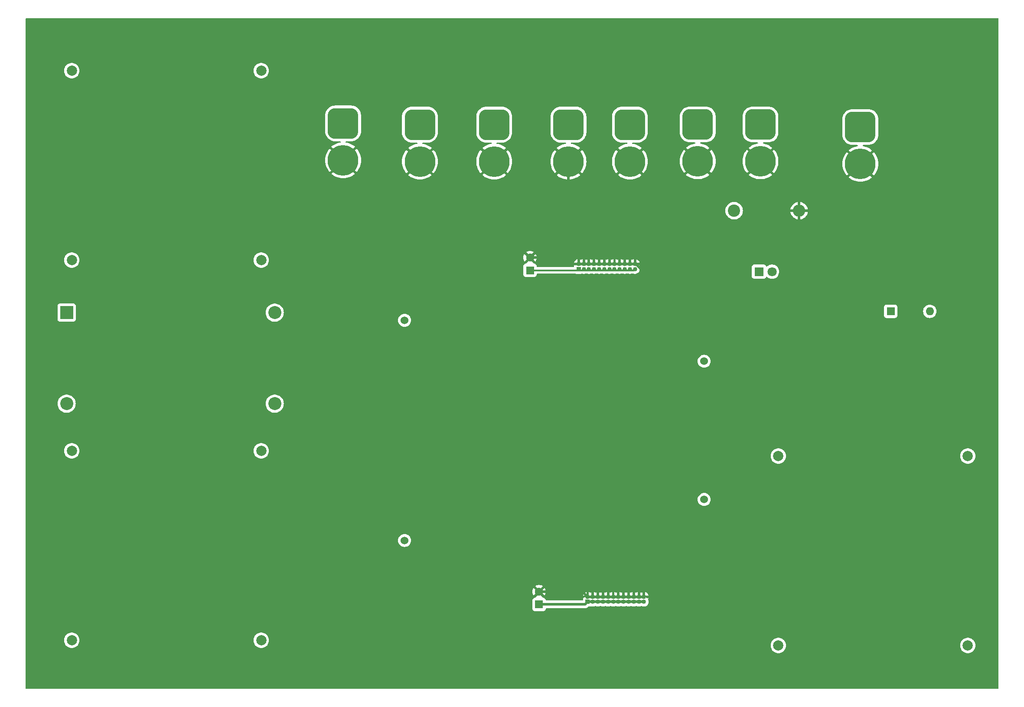
<source format=gbr>
%TF.GenerationSoftware,KiCad,Pcbnew,8.0.4*%
%TF.CreationDate,2025-03-28T09:25:27+01:00*%
%TF.ProjectId,final_agv_pdb,66696e61-6c5f-4616-9776-5f7064622e6b,rev?*%
%TF.SameCoordinates,Original*%
%TF.FileFunction,Copper,L1,Top*%
%TF.FilePolarity,Positive*%
%FSLAX46Y46*%
G04 Gerber Fmt 4.6, Leading zero omitted, Abs format (unit mm)*
G04 Created by KiCad (PCBNEW 8.0.4) date 2025-03-28 09:25:27*
%MOMM*%
%LPD*%
G01*
G04 APERTURE LIST*
G04 Aperture macros list*
%AMRoundRect*
0 Rectangle with rounded corners*
0 $1 Rounding radius*
0 $2 $3 $4 $5 $6 $7 $8 $9 X,Y pos of 4 corners*
0 Add a 4 corners polygon primitive as box body*
4,1,4,$2,$3,$4,$5,$6,$7,$8,$9,$2,$3,0*
0 Add four circle primitives for the rounded corners*
1,1,$1+$1,$2,$3*
1,1,$1+$1,$4,$5*
1,1,$1+$1,$6,$7*
1,1,$1+$1,$8,$9*
0 Add four rect primitives between the rounded corners*
20,1,$1+$1,$2,$3,$4,$5,0*
20,1,$1+$1,$4,$5,$6,$7,0*
20,1,$1+$1,$6,$7,$8,$9,0*
20,1,$1+$1,$8,$9,$2,$3,0*%
G04 Aperture macros list end*
%TA.AperFunction,ComponentPad*%
%ADD10RoundRect,1.500000X-1.500000X1.500000X-1.500000X-1.500000X1.500000X-1.500000X1.500000X1.500000X0*%
%TD*%
%TA.AperFunction,ComponentPad*%
%ADD11C,6.000000*%
%TD*%
%TA.AperFunction,ComponentPad*%
%ADD12O,2.400000X2.400000*%
%TD*%
%TA.AperFunction,ComponentPad*%
%ADD13C,2.400000*%
%TD*%
%TA.AperFunction,ComponentPad*%
%ADD14C,1.800000*%
%TD*%
%TA.AperFunction,ComponentPad*%
%ADD15R,1.800000X1.800000*%
%TD*%
%TA.AperFunction,ComponentPad*%
%ADD16R,1.600000X1.600000*%
%TD*%
%TA.AperFunction,ComponentPad*%
%ADD17O,1.600000X1.600000*%
%TD*%
%TA.AperFunction,ComponentPad*%
%ADD18C,1.600000*%
%TD*%
%TA.AperFunction,ComponentPad*%
%ADD19R,2.540000X2.540000*%
%TD*%
%TA.AperFunction,ComponentPad*%
%ADD20C,2.540000*%
%TD*%
%TA.AperFunction,ComponentPad*%
%ADD21R,0.850000X0.850000*%
%TD*%
%TA.AperFunction,ComponentPad*%
%ADD22O,0.850000X0.850000*%
%TD*%
%TA.AperFunction,ComponentPad*%
%ADD23C,2.000000*%
%TD*%
%TA.AperFunction,ComponentPad*%
%ADD24C,1.524000*%
%TD*%
%TA.AperFunction,ViaPad*%
%ADD25C,0.600000*%
%TD*%
%TA.AperFunction,Conductor*%
%ADD26C,0.500000*%
%TD*%
%TA.AperFunction,Conductor*%
%ADD27C,0.300000*%
%TD*%
%TA.AperFunction,Conductor*%
%ADD28C,2.000000*%
%TD*%
G04 APERTURE END LIST*
D10*
%TO.P,J7,1,Pin_1*%
%TO.N,/VCC*%
X212500000Y-50750000D03*
D11*
%TO.P,J7,2,Pin_2*%
%TO.N,/GND*%
X212500000Y-57950000D03*
%TD*%
D10*
%TO.P,J6,1,Pin_1*%
%TO.N,/VCC*%
X200250000Y-50750000D03*
D11*
%TO.P,J6,2,Pin_2*%
%TO.N,/GND*%
X200250000Y-57950000D03*
%TD*%
D10*
%TO.P,J5,1,Pin_1*%
%TO.N,/VCC*%
X187000000Y-50800000D03*
D11*
%TO.P,J5,2,Pin_2*%
%TO.N,/GND*%
X187000000Y-58000000D03*
%TD*%
D10*
%TO.P,J4,1,Pin_1*%
%TO.N,/VCC*%
X175000000Y-50800000D03*
D11*
%TO.P,J4,2,Pin_2*%
%TO.N,/GND*%
X175000000Y-58000000D03*
%TD*%
D10*
%TO.P,J3,1,Pin_1*%
%TO.N,/VCC*%
X160500000Y-50800000D03*
D11*
%TO.P,J3,2,Pin_2*%
%TO.N,/GND*%
X160500000Y-58000000D03*
%TD*%
D10*
%TO.P,J2,1,Pin_1*%
%TO.N,/VCC*%
X146000000Y-50800000D03*
D11*
%TO.P,J2,2,Pin_2*%
%TO.N,/GND*%
X146000000Y-58000000D03*
%TD*%
D10*
%TO.P,J1,1,Pin_1*%
%TO.N,/VCC*%
X131000000Y-50550000D03*
D11*
%TO.P,J1,2,Pin_2*%
%TO.N,/GND*%
X131000000Y-57750000D03*
%TD*%
D12*
%TO.P,R1,2*%
%TO.N,/GND*%
X220060000Y-67590000D03*
D13*
%TO.P,R1,1*%
%TO.N,/L*%
X207360000Y-67590000D03*
%TD*%
D14*
%TO.P,D1,2,A*%
%TO.N,/VCC*%
X214750000Y-79500000D03*
D15*
%TO.P,D1,1,K*%
%TO.N,/L*%
X212210000Y-79500000D03*
%TD*%
D16*
%TO.P,SW1,1,A*%
%TO.N,/VCC*%
X237955000Y-87250000D03*
D17*
%TO.P,SW1,2,B*%
X245575000Y-87250000D03*
%TD*%
D16*
%TO.P,C1,1*%
%TO.N,/5V*%
X167500000Y-79250000D03*
D18*
%TO.P,C1,2*%
%TO.N,/GND*%
X167500000Y-76750000D03*
%TD*%
D19*
%TO.P,LM2596,1*%
%TO.N,N/C*%
X77000000Y-87500000D03*
D20*
%TO.P,LM2596,2*%
X77000000Y-105280000D03*
%TO.P,LM2596,3*%
X117640000Y-105280000D03*
%TO.P,LM2596,4*%
X117640000Y-87500000D03*
%TD*%
D21*
%TO.P,J9,1,Pin_1*%
%TO.N,/3.3V*%
X178750000Y-144000000D03*
D22*
%TO.P,J9,2,Pin_2*%
%TO.N,/GND*%
X178750000Y-143000000D03*
%TO.P,J9,3,Pin_3*%
%TO.N,/3.3V*%
X179750000Y-144000000D03*
%TO.P,J9,4,Pin_4*%
%TO.N,/GND*%
X179750000Y-143000000D03*
%TO.P,J9,5,Pin_5*%
%TO.N,/3.3V*%
X180750000Y-144000000D03*
%TO.P,J9,6,Pin_6*%
%TO.N,/GND*%
X180750000Y-143000000D03*
%TO.P,J9,7,Pin_7*%
%TO.N,/3.3V*%
X181750000Y-144000000D03*
%TO.P,J9,8,Pin_8*%
%TO.N,/GND*%
X181750000Y-143000000D03*
%TO.P,J9,9,Pin_9*%
%TO.N,/3.3V*%
X182750000Y-144000000D03*
%TO.P,J9,10,Pin_10*%
%TO.N,/GND*%
X182750000Y-143000000D03*
%TO.P,J9,11,Pin_11*%
%TO.N,/3.3V*%
X183750000Y-144000000D03*
%TO.P,J9,12,Pin_12*%
%TO.N,/GND*%
X183750000Y-143000000D03*
%TO.P,J9,13,Pin_13*%
%TO.N,/3.3V*%
X184750000Y-144000000D03*
%TO.P,J9,14,Pin_14*%
%TO.N,/GND*%
X184750000Y-143000000D03*
%TO.P,J9,15,Pin_15*%
%TO.N,/3.3V*%
X185750000Y-144000000D03*
%TO.P,J9,16,Pin_16*%
%TO.N,/GND*%
X185750000Y-143000000D03*
%TO.P,J9,17,Pin_17*%
%TO.N,/3.3V*%
X186750000Y-144000000D03*
%TO.P,J9,18,Pin_18*%
%TO.N,/GND*%
X186750000Y-143000000D03*
%TO.P,J9,19,Pin_19*%
%TO.N,/3.3V*%
X187750000Y-144000000D03*
%TO.P,J9,20,Pin_20*%
%TO.N,/GND*%
X187750000Y-143000000D03*
%TO.P,J9,21,Pin_21*%
%TO.N,/3.3V*%
X188750000Y-144000000D03*
%TO.P,J9,22,Pin_22*%
%TO.N,/GND*%
X188750000Y-143000000D03*
%TO.P,J9,23,Pin_23*%
%TO.N,/3.3V*%
X189750000Y-144000000D03*
%TO.P,J9,24,Pin_24*%
%TO.N,/GND*%
X189750000Y-143000000D03*
%TD*%
D23*
%TO.P,REF\u002A\u002A,1*%
%TO.N,N/C*%
X253000000Y-115500000D03*
%TO.P,REF\u002A\u002A,2*%
X216000000Y-115500000D03*
%TO.P,REF\u002A\u002A,3*%
X216000000Y-152500000D03*
%TO.P,REF\u002A\u002A,4*%
X253000000Y-152500000D03*
%TD*%
D16*
%TO.P,C2,1*%
%TO.N,/3.3V*%
X169250000Y-144500000D03*
D18*
%TO.P,C2,2*%
%TO.N,/GND*%
X169250000Y-142000000D03*
%TD*%
D23*
%TO.P,REF\u002A\u002A,1*%
%TO.N,N/C*%
X115000000Y-114500000D03*
%TO.P,REF\u002A\u002A,2*%
X78000000Y-114500000D03*
%TO.P,REF\u002A\u002A,3*%
X78000000Y-151500000D03*
%TO.P,REF\u002A\u002A,4*%
X115000000Y-151500000D03*
%TD*%
%TO.P,REF\u002A\u002A,1*%
%TO.N,N/C*%
X115000000Y-40250000D03*
%TO.P,REF\u002A\u002A,2*%
X78000000Y-40250000D03*
%TO.P,REF\u002A\u002A,3*%
X78000000Y-77250000D03*
%TO.P,REF\u002A\u002A,4*%
X115000000Y-77250000D03*
%TD*%
D10*
%TO.P,BATTERY,1,+*%
%TO.N,/VCC*%
X232000000Y-51250000D03*
D11*
%TO.P,BATTERY,2,-*%
%TO.N,/GND*%
X232000000Y-58450000D03*
%TD*%
D21*
%TO.P,5V,1,Pin_1*%
%TO.N,/5V*%
X177000000Y-79000000D03*
D22*
%TO.P,5V,2,Pin_2*%
%TO.N,/GND*%
X177000000Y-78000000D03*
%TO.P,5V,3,Pin_3*%
%TO.N,/5V*%
X178000000Y-79000000D03*
%TO.P,5V,4,Pin_4*%
%TO.N,/GND*%
X178000000Y-78000000D03*
%TO.P,5V,5,Pin_5*%
%TO.N,/5V*%
X179000000Y-79000000D03*
%TO.P,5V,6,Pin_6*%
%TO.N,/GND*%
X179000000Y-78000000D03*
%TO.P,5V,7,Pin_7*%
%TO.N,/5V*%
X180000000Y-79000000D03*
%TO.P,5V,8,Pin_8*%
%TO.N,/GND*%
X180000000Y-78000000D03*
%TO.P,5V,9,Pin_9*%
%TO.N,/5V*%
X181000000Y-79000000D03*
%TO.P,5V,10,Pin_10*%
%TO.N,/GND*%
X181000000Y-78000000D03*
%TO.P,5V,11,Pin_11*%
%TO.N,/5V*%
X182000000Y-79000000D03*
%TO.P,5V,12,Pin_12*%
%TO.N,/GND*%
X182000000Y-78000000D03*
%TO.P,5V,13,Pin_13*%
%TO.N,/5V*%
X183000000Y-79000000D03*
%TO.P,5V,14,Pin_14*%
%TO.N,/GND*%
X183000000Y-78000000D03*
%TO.P,5V,15,Pin_15*%
%TO.N,/5V*%
X184000000Y-79000000D03*
%TO.P,5V,16,Pin_16*%
%TO.N,/GND*%
X184000000Y-78000000D03*
%TO.P,5V,17,Pin_17*%
%TO.N,/5V*%
X185000000Y-79000000D03*
%TO.P,5V,18,Pin_18*%
%TO.N,/GND*%
X185000000Y-78000000D03*
%TO.P,5V,19,Pin_19*%
%TO.N,/5V*%
X186000000Y-79000000D03*
%TO.P,5V,20,Pin_20*%
%TO.N,/GND*%
X186000000Y-78000000D03*
%TO.P,5V,21,Pin_21*%
%TO.N,/5V*%
X187000000Y-79000000D03*
%TO.P,5V,22,Pin_22*%
%TO.N,/GND*%
X187000000Y-78000000D03*
%TO.P,5V,23,Pin_23*%
%TO.N,/5V*%
X188000000Y-79000000D03*
%TO.P,5V,24,Pin_24*%
%TO.N,/GND*%
X188000000Y-78000000D03*
%TD*%
D24*
%TO.P,REF\u002A\u002A,1*%
%TO.N,N/C*%
X143000000Y-89000000D03*
%TO.P,REF\u002A\u002A,2*%
X143000000Y-132000000D03*
%TO.P,REF\u002A\u002A,3*%
X201500000Y-124000000D03*
%TO.P,REF\u002A\u002A,4*%
X201500000Y-97000000D03*
%TD*%
D25*
%TO.N,/GND*%
X189500000Y-82500000D03*
%TD*%
D26*
%TO.N,/GND*%
X173750000Y-65250000D02*
X175000000Y-64000000D01*
X173750000Y-76750000D02*
X173750000Y-65250000D01*
X175000000Y-64000000D02*
X175000000Y-58000000D01*
X175250000Y-78000000D02*
X177000000Y-78000000D01*
X173750000Y-76750000D02*
X174000000Y-76750000D01*
X178750000Y-143000000D02*
X189750000Y-143000000D01*
X169250000Y-142000000D02*
X177750000Y-142000000D01*
X189500000Y-79333273D02*
X189500000Y-82500000D01*
X188166727Y-78000000D02*
X189500000Y-79333273D01*
X188000000Y-78000000D02*
X177000000Y-78000000D01*
X189500000Y-82500000D02*
X189500000Y-82250000D01*
X177750000Y-142000000D02*
X178750000Y-143000000D01*
X174000000Y-76750000D02*
X175250000Y-78000000D01*
X178000000Y-78000000D02*
X188166727Y-78000000D01*
D27*
%TO.N,/5V*%
X167500000Y-79250000D02*
X187750000Y-79250000D01*
X187750000Y-79250000D02*
X188000000Y-79000000D01*
D26*
%TO.N,/3.3V*%
X178250000Y-144500000D02*
X178750000Y-144000000D01*
X169250000Y-144500000D02*
X178250000Y-144500000D01*
X178750000Y-144000000D02*
X189750000Y-144000000D01*
D28*
%TO.N,/VCC*%
X131250000Y-50800000D02*
X131000000Y-50550000D01*
D26*
%TO.N,/GND*%
X167500000Y-76750000D02*
X173750000Y-76750000D01*
%TD*%
%TA.AperFunction,Conductor*%
%TO.N,/GND*%
G36*
X258942539Y-30020185D02*
G01*
X258988294Y-30072989D01*
X258999500Y-30124500D01*
X258999500Y-160875500D01*
X258979815Y-160942539D01*
X258927011Y-160988294D01*
X258875500Y-160999500D01*
X69124500Y-160999500D01*
X69057461Y-160979815D01*
X69011706Y-160927011D01*
X69000500Y-160875500D01*
X69000500Y-151499994D01*
X76494357Y-151499994D01*
X76494357Y-151500005D01*
X76514890Y-151747812D01*
X76514892Y-151747824D01*
X76575936Y-151988881D01*
X76675826Y-152216606D01*
X76811833Y-152424782D01*
X76811836Y-152424785D01*
X76980256Y-152607738D01*
X77176491Y-152760474D01*
X77395190Y-152878828D01*
X77630386Y-152959571D01*
X77875665Y-153000500D01*
X78124335Y-153000500D01*
X78369614Y-152959571D01*
X78604810Y-152878828D01*
X78823509Y-152760474D01*
X79019744Y-152607738D01*
X79188164Y-152424785D01*
X79324173Y-152216607D01*
X79424063Y-151988881D01*
X79485108Y-151747821D01*
X79485109Y-151747812D01*
X79505643Y-151500005D01*
X79505643Y-151499994D01*
X113494357Y-151499994D01*
X113494357Y-151500005D01*
X113514890Y-151747812D01*
X113514892Y-151747824D01*
X113575936Y-151988881D01*
X113675826Y-152216606D01*
X113811833Y-152424782D01*
X113811836Y-152424785D01*
X113980256Y-152607738D01*
X114176491Y-152760474D01*
X114395190Y-152878828D01*
X114630386Y-152959571D01*
X114875665Y-153000500D01*
X115124335Y-153000500D01*
X115369614Y-152959571D01*
X115604810Y-152878828D01*
X115823509Y-152760474D01*
X116019744Y-152607738D01*
X116118929Y-152499994D01*
X214494357Y-152499994D01*
X214494357Y-152500005D01*
X214514890Y-152747812D01*
X214514892Y-152747824D01*
X214575936Y-152988881D01*
X214675826Y-153216606D01*
X214811833Y-153424782D01*
X214811836Y-153424785D01*
X214980256Y-153607738D01*
X215176491Y-153760474D01*
X215395190Y-153878828D01*
X215630386Y-153959571D01*
X215875665Y-154000500D01*
X216124335Y-154000500D01*
X216369614Y-153959571D01*
X216604810Y-153878828D01*
X216823509Y-153760474D01*
X217019744Y-153607738D01*
X217188164Y-153424785D01*
X217324173Y-153216607D01*
X217424063Y-152988881D01*
X217485108Y-152747821D01*
X217505643Y-152500000D01*
X217505643Y-152499994D01*
X251494357Y-152499994D01*
X251494357Y-152500005D01*
X251514890Y-152747812D01*
X251514892Y-152747824D01*
X251575936Y-152988881D01*
X251675826Y-153216606D01*
X251811833Y-153424782D01*
X251811836Y-153424785D01*
X251980256Y-153607738D01*
X252176491Y-153760474D01*
X252395190Y-153878828D01*
X252630386Y-153959571D01*
X252875665Y-154000500D01*
X253124335Y-154000500D01*
X253369614Y-153959571D01*
X253604810Y-153878828D01*
X253823509Y-153760474D01*
X254019744Y-153607738D01*
X254188164Y-153424785D01*
X254324173Y-153216607D01*
X254424063Y-152988881D01*
X254485108Y-152747821D01*
X254505643Y-152500000D01*
X254499410Y-152424782D01*
X254485109Y-152252187D01*
X254485107Y-152252175D01*
X254424063Y-152011118D01*
X254324173Y-151783393D01*
X254188166Y-151575217D01*
X254118928Y-151500005D01*
X254019744Y-151392262D01*
X253823509Y-151239526D01*
X253823507Y-151239525D01*
X253823506Y-151239524D01*
X253604811Y-151121172D01*
X253604802Y-151121169D01*
X253369616Y-151040429D01*
X253124335Y-150999500D01*
X252875665Y-150999500D01*
X252630383Y-151040429D01*
X252395197Y-151121169D01*
X252395188Y-151121172D01*
X252176493Y-151239524D01*
X251980257Y-151392261D01*
X251811833Y-151575217D01*
X251675826Y-151783393D01*
X251575936Y-152011118D01*
X251514892Y-152252175D01*
X251514890Y-152252187D01*
X251494357Y-152499994D01*
X217505643Y-152499994D01*
X217499410Y-152424782D01*
X217485109Y-152252187D01*
X217485107Y-152252175D01*
X217424063Y-152011118D01*
X217324173Y-151783393D01*
X217188166Y-151575217D01*
X217118928Y-151500005D01*
X217019744Y-151392262D01*
X216823509Y-151239526D01*
X216823507Y-151239525D01*
X216823506Y-151239524D01*
X216604811Y-151121172D01*
X216604802Y-151121169D01*
X216369616Y-151040429D01*
X216124335Y-150999500D01*
X215875665Y-150999500D01*
X215630383Y-151040429D01*
X215395197Y-151121169D01*
X215395188Y-151121172D01*
X215176493Y-151239524D01*
X214980257Y-151392261D01*
X214811833Y-151575217D01*
X214675826Y-151783393D01*
X214575936Y-152011118D01*
X214514892Y-152252175D01*
X214514890Y-152252187D01*
X214494357Y-152499994D01*
X116118929Y-152499994D01*
X116188164Y-152424785D01*
X116324173Y-152216607D01*
X116424063Y-151988881D01*
X116485108Y-151747821D01*
X116485109Y-151747812D01*
X116505643Y-151500005D01*
X116505643Y-151499994D01*
X116485109Y-151252187D01*
X116485107Y-151252175D01*
X116424063Y-151011118D01*
X116324173Y-150783393D01*
X116188166Y-150575217D01*
X116166557Y-150551744D01*
X116019744Y-150392262D01*
X115823509Y-150239526D01*
X115823507Y-150239525D01*
X115823506Y-150239524D01*
X115604811Y-150121172D01*
X115604802Y-150121169D01*
X115369616Y-150040429D01*
X115124335Y-149999500D01*
X114875665Y-149999500D01*
X114630383Y-150040429D01*
X114395197Y-150121169D01*
X114395188Y-150121172D01*
X114176493Y-150239524D01*
X113980257Y-150392261D01*
X113811833Y-150575217D01*
X113675826Y-150783393D01*
X113575936Y-151011118D01*
X113514892Y-151252175D01*
X113514890Y-151252187D01*
X113494357Y-151499994D01*
X79505643Y-151499994D01*
X79485109Y-151252187D01*
X79485107Y-151252175D01*
X79424063Y-151011118D01*
X79324173Y-150783393D01*
X79188166Y-150575217D01*
X79166557Y-150551744D01*
X79019744Y-150392262D01*
X78823509Y-150239526D01*
X78823507Y-150239525D01*
X78823506Y-150239524D01*
X78604811Y-150121172D01*
X78604802Y-150121169D01*
X78369616Y-150040429D01*
X78124335Y-149999500D01*
X77875665Y-149999500D01*
X77630383Y-150040429D01*
X77395197Y-150121169D01*
X77395188Y-150121172D01*
X77176493Y-150239524D01*
X76980257Y-150392261D01*
X76811833Y-150575217D01*
X76675826Y-150783393D01*
X76575936Y-151011118D01*
X76514892Y-151252175D01*
X76514890Y-151252187D01*
X76494357Y-151499994D01*
X69000500Y-151499994D01*
X69000500Y-141999997D01*
X167945034Y-141999997D01*
X167945034Y-142000002D01*
X167964858Y-142226599D01*
X167964860Y-142226610D01*
X168023730Y-142446317D01*
X168023735Y-142446331D01*
X168119863Y-142652478D01*
X168170974Y-142725472D01*
X168850000Y-142046446D01*
X168850000Y-142052661D01*
X168877259Y-142154394D01*
X168929920Y-142245606D01*
X169004394Y-142320080D01*
X169095606Y-142372741D01*
X169197339Y-142400000D01*
X169203553Y-142400000D01*
X168519352Y-143084199D01*
X168509506Y-143133194D01*
X168460890Y-143183377D01*
X168405367Y-143198049D01*
X168405423Y-143199099D01*
X168405429Y-143199146D01*
X168405426Y-143199146D01*
X168405436Y-143199324D01*
X168402123Y-143199501D01*
X168342516Y-143205908D01*
X168207671Y-143256202D01*
X168207664Y-143256206D01*
X168092455Y-143342452D01*
X168092452Y-143342455D01*
X168006206Y-143457664D01*
X168006202Y-143457671D01*
X167955908Y-143592517D01*
X167949501Y-143652116D01*
X167949500Y-143652135D01*
X167949500Y-145347870D01*
X167949501Y-145347876D01*
X167955908Y-145407483D01*
X168006202Y-145542328D01*
X168006206Y-145542335D01*
X168092452Y-145657544D01*
X168092455Y-145657547D01*
X168207664Y-145743793D01*
X168207671Y-145743797D01*
X168342517Y-145794091D01*
X168342516Y-145794091D01*
X168349444Y-145794835D01*
X168402127Y-145800500D01*
X170097872Y-145800499D01*
X170157483Y-145794091D01*
X170292331Y-145743796D01*
X170407546Y-145657546D01*
X170493796Y-145542331D01*
X170544091Y-145407483D01*
X170549062Y-145361242D01*
X170575799Y-145296694D01*
X170633191Y-145256846D01*
X170672351Y-145250500D01*
X178323920Y-145250500D01*
X178421462Y-145231096D01*
X178468913Y-145221658D01*
X178605495Y-145165084D01*
X178654729Y-145132186D01*
X178728416Y-145082952D01*
X178849549Y-144961817D01*
X178910872Y-144928333D01*
X178937231Y-144925499D01*
X179222871Y-144925499D01*
X179222872Y-144925499D01*
X179282483Y-144919091D01*
X179374530Y-144884759D01*
X179444218Y-144879776D01*
X179456039Y-144883678D01*
X179456246Y-144883042D01*
X179462426Y-144885049D01*
X179462429Y-144885051D01*
X179652726Y-144925500D01*
X179847274Y-144925500D01*
X180037566Y-144885052D01*
X180037565Y-144885052D01*
X180037571Y-144885051D01*
X180199569Y-144812925D01*
X180268815Y-144803642D01*
X180300425Y-144812922D01*
X180462429Y-144885051D01*
X180462432Y-144885051D01*
X180462433Y-144885052D01*
X180652726Y-144925500D01*
X180847274Y-144925500D01*
X181037566Y-144885052D01*
X181037565Y-144885052D01*
X181037571Y-144885051D01*
X181199569Y-144812925D01*
X181268815Y-144803642D01*
X181300425Y-144812922D01*
X181462429Y-144885051D01*
X181462432Y-144885051D01*
X181462433Y-144885052D01*
X181652726Y-144925500D01*
X181847274Y-144925500D01*
X182037566Y-144885052D01*
X182037565Y-144885052D01*
X182037571Y-144885051D01*
X182199569Y-144812925D01*
X182268815Y-144803642D01*
X182300425Y-144812922D01*
X182462429Y-144885051D01*
X182462432Y-144885051D01*
X182462433Y-144885052D01*
X182652726Y-144925500D01*
X182847274Y-144925500D01*
X183037566Y-144885052D01*
X183037565Y-144885052D01*
X183037571Y-144885051D01*
X183199569Y-144812925D01*
X183268815Y-144803642D01*
X183300425Y-144812922D01*
X183462429Y-144885051D01*
X183462432Y-144885051D01*
X183462433Y-144885052D01*
X183652726Y-144925500D01*
X183847274Y-144925500D01*
X184037566Y-144885052D01*
X184037565Y-144885052D01*
X184037571Y-144885051D01*
X184199569Y-144812925D01*
X184268815Y-144803642D01*
X184300425Y-144812922D01*
X184462429Y-144885051D01*
X184462432Y-144885051D01*
X184462433Y-144885052D01*
X184652726Y-144925500D01*
X184847274Y-144925500D01*
X185037566Y-144885052D01*
X185037565Y-144885052D01*
X185037571Y-144885051D01*
X185199569Y-144812925D01*
X185268815Y-144803642D01*
X185300425Y-144812922D01*
X185462429Y-144885051D01*
X185462432Y-144885051D01*
X185462433Y-144885052D01*
X185652726Y-144925500D01*
X185847274Y-144925500D01*
X186037566Y-144885052D01*
X186037565Y-144885052D01*
X186037571Y-144885051D01*
X186199569Y-144812925D01*
X186268815Y-144803642D01*
X186300425Y-144812922D01*
X186462429Y-144885051D01*
X186462432Y-144885051D01*
X186462433Y-144885052D01*
X186652726Y-144925500D01*
X186847274Y-144925500D01*
X187037566Y-144885052D01*
X187037565Y-144885052D01*
X187037571Y-144885051D01*
X187199569Y-144812925D01*
X187268815Y-144803642D01*
X187300425Y-144812922D01*
X187462429Y-144885051D01*
X187462432Y-144885051D01*
X187462433Y-144885052D01*
X187652726Y-144925500D01*
X187847274Y-144925500D01*
X188037566Y-144885052D01*
X188037565Y-144885052D01*
X188037571Y-144885051D01*
X188199569Y-144812925D01*
X188268815Y-144803642D01*
X188300425Y-144812922D01*
X188462429Y-144885051D01*
X188462432Y-144885051D01*
X188462433Y-144885052D01*
X188652726Y-144925500D01*
X188847274Y-144925500D01*
X189037566Y-144885052D01*
X189037565Y-144885052D01*
X189037571Y-144885051D01*
X189199569Y-144812925D01*
X189268815Y-144803642D01*
X189300425Y-144812922D01*
X189462429Y-144885051D01*
X189462432Y-144885051D01*
X189462433Y-144885052D01*
X189652726Y-144925500D01*
X189847274Y-144925500D01*
X190037571Y-144885051D01*
X190215299Y-144805922D01*
X190372692Y-144691569D01*
X190502870Y-144546992D01*
X190600144Y-144378508D01*
X190660262Y-144193482D01*
X190680598Y-144000000D01*
X190660262Y-143806518D01*
X190600144Y-143621492D01*
X190565506Y-143561498D01*
X190549034Y-143493598D01*
X190565508Y-143437498D01*
X190599680Y-143378310D01*
X190599684Y-143378301D01*
X190641372Y-143250000D01*
X190332559Y-143250000D01*
X190265520Y-143230315D01*
X190259673Y-143226318D01*
X190215297Y-143194076D01*
X190064663Y-143127011D01*
X190037571Y-143114949D01*
X190037569Y-143114948D01*
X189978211Y-143102331D01*
X190000000Y-143049728D01*
X190000000Y-142950272D01*
X189961940Y-142858386D01*
X189891614Y-142788060D01*
X189799728Y-142750000D01*
X190000000Y-142750000D01*
X190641372Y-142750000D01*
X190641371Y-142749999D01*
X190599683Y-142621693D01*
X190599682Y-142621692D01*
X190502463Y-142453305D01*
X190502464Y-142453305D01*
X190372360Y-142308809D01*
X190372357Y-142308807D01*
X190215051Y-142194516D01*
X190037412Y-142115426D01*
X190000000Y-142107473D01*
X190000000Y-142750000D01*
X189799728Y-142750000D01*
X189700272Y-142750000D01*
X189608386Y-142788060D01*
X189538060Y-142858386D01*
X189500000Y-142950272D01*
X189500000Y-143049728D01*
X189521788Y-143102331D01*
X189462430Y-143114948D01*
X189462427Y-143114949D01*
X189300434Y-143187072D01*
X189231184Y-143196356D01*
X189199566Y-143187072D01*
X189037572Y-143114949D01*
X189037569Y-143114948D01*
X188978211Y-143102331D01*
X189000000Y-143049728D01*
X189000000Y-142950272D01*
X188961940Y-142858386D01*
X188891614Y-142788060D01*
X188799728Y-142750000D01*
X188700272Y-142750000D01*
X188608386Y-142788060D01*
X188538060Y-142858386D01*
X188500000Y-142950272D01*
X188500000Y-143049728D01*
X188521788Y-143102331D01*
X188462430Y-143114948D01*
X188462427Y-143114949D01*
X188300434Y-143187072D01*
X188231184Y-143196356D01*
X188199566Y-143187072D01*
X188037572Y-143114949D01*
X188037569Y-143114948D01*
X187978211Y-143102331D01*
X188000000Y-143049728D01*
X188000000Y-142950272D01*
X187961940Y-142858386D01*
X187891614Y-142788060D01*
X187799728Y-142750000D01*
X187700272Y-142750000D01*
X187608386Y-142788060D01*
X187538060Y-142858386D01*
X187500000Y-142950272D01*
X187500000Y-143049728D01*
X187521788Y-143102331D01*
X187462430Y-143114948D01*
X187462427Y-143114949D01*
X187300434Y-143187072D01*
X187231184Y-143196356D01*
X187199566Y-143187072D01*
X187037572Y-143114949D01*
X187037569Y-143114948D01*
X186978211Y-143102331D01*
X187000000Y-143049728D01*
X187000000Y-142950272D01*
X186961940Y-142858386D01*
X186891614Y-142788060D01*
X186799728Y-142750000D01*
X186700272Y-142750000D01*
X186608386Y-142788060D01*
X186538060Y-142858386D01*
X186500000Y-142950272D01*
X186500000Y-143049728D01*
X186521788Y-143102331D01*
X186462430Y-143114948D01*
X186462427Y-143114949D01*
X186300434Y-143187072D01*
X186231184Y-143196356D01*
X186199566Y-143187072D01*
X186037572Y-143114949D01*
X186037569Y-143114948D01*
X185978211Y-143102331D01*
X186000000Y-143049728D01*
X186000000Y-142950272D01*
X185961940Y-142858386D01*
X185891614Y-142788060D01*
X185799728Y-142750000D01*
X185700272Y-142750000D01*
X185608386Y-142788060D01*
X185538060Y-142858386D01*
X185500000Y-142950272D01*
X185500000Y-143049728D01*
X185521788Y-143102331D01*
X185462430Y-143114948D01*
X185462427Y-143114949D01*
X185300434Y-143187072D01*
X185231184Y-143196356D01*
X185199566Y-143187072D01*
X185037572Y-143114949D01*
X185037569Y-143114948D01*
X184978211Y-143102331D01*
X185000000Y-143049728D01*
X185000000Y-142950272D01*
X184961940Y-142858386D01*
X184891614Y-142788060D01*
X184799728Y-142750000D01*
X184700272Y-142750000D01*
X184608386Y-142788060D01*
X184538060Y-142858386D01*
X184500000Y-142950272D01*
X184500000Y-143049728D01*
X184521788Y-143102331D01*
X184462430Y-143114948D01*
X184462427Y-143114949D01*
X184300434Y-143187072D01*
X184231184Y-143196356D01*
X184199566Y-143187072D01*
X184037572Y-143114949D01*
X184037569Y-143114948D01*
X183978211Y-143102331D01*
X184000000Y-143049728D01*
X184000000Y-142950272D01*
X183961940Y-142858386D01*
X183891614Y-142788060D01*
X183799728Y-142750000D01*
X183700272Y-142750000D01*
X183608386Y-142788060D01*
X183538060Y-142858386D01*
X183500000Y-142950272D01*
X183500000Y-143049728D01*
X183521788Y-143102331D01*
X183462430Y-143114948D01*
X183462427Y-143114949D01*
X183300434Y-143187072D01*
X183231184Y-143196356D01*
X183199566Y-143187072D01*
X183037572Y-143114949D01*
X183037569Y-143114948D01*
X182978211Y-143102331D01*
X183000000Y-143049728D01*
X183000000Y-142950272D01*
X182961940Y-142858386D01*
X182891614Y-142788060D01*
X182799728Y-142750000D01*
X182700272Y-142750000D01*
X182608386Y-142788060D01*
X182538060Y-142858386D01*
X182500000Y-142950272D01*
X182500000Y-143049728D01*
X182521788Y-143102331D01*
X182462430Y-143114948D01*
X182462427Y-143114949D01*
X182300434Y-143187072D01*
X182231184Y-143196356D01*
X182199566Y-143187072D01*
X182037572Y-143114949D01*
X182037569Y-143114948D01*
X181978211Y-143102331D01*
X182000000Y-143049728D01*
X182000000Y-142950272D01*
X181961940Y-142858386D01*
X181891614Y-142788060D01*
X181799728Y-142750000D01*
X181700272Y-142750000D01*
X181608386Y-142788060D01*
X181538060Y-142858386D01*
X181500000Y-142950272D01*
X181500000Y-143049728D01*
X181521788Y-143102331D01*
X181462430Y-143114948D01*
X181462427Y-143114949D01*
X181300434Y-143187072D01*
X181231184Y-143196356D01*
X181199566Y-143187072D01*
X181037572Y-143114949D01*
X181037569Y-143114948D01*
X180978211Y-143102331D01*
X181000000Y-143049728D01*
X181000000Y-142950272D01*
X180961940Y-142858386D01*
X180891614Y-142788060D01*
X180799728Y-142750000D01*
X180700272Y-142750000D01*
X180608386Y-142788060D01*
X180538060Y-142858386D01*
X180500000Y-142950272D01*
X180500000Y-143049728D01*
X180521788Y-143102331D01*
X180462430Y-143114948D01*
X180462427Y-143114949D01*
X180300434Y-143187072D01*
X180231184Y-143196356D01*
X180199566Y-143187072D01*
X180037572Y-143114949D01*
X180037569Y-143114948D01*
X179978211Y-143102331D01*
X180000000Y-143049728D01*
X180000000Y-142950272D01*
X179961940Y-142858386D01*
X179891614Y-142788060D01*
X179799728Y-142750000D01*
X179700272Y-142750000D01*
X179608386Y-142788060D01*
X179538060Y-142858386D01*
X179500000Y-142950272D01*
X179500000Y-143049728D01*
X179521788Y-143102330D01*
X179462429Y-143114948D01*
X179456245Y-143116958D01*
X179455349Y-143114201D01*
X179398341Y-143121511D01*
X179374527Y-143115239D01*
X179282482Y-143080908D01*
X179282483Y-143080908D01*
X179222883Y-143074501D01*
X179222881Y-143074500D01*
X179222873Y-143074500D01*
X179222864Y-143074500D01*
X178989739Y-143074500D01*
X179000000Y-143049728D01*
X179000000Y-142950272D01*
X178961940Y-142858386D01*
X178891614Y-142788060D01*
X178799728Y-142750000D01*
X178700272Y-142750000D01*
X178608386Y-142788060D01*
X178538060Y-142858386D01*
X178500000Y-142950272D01*
X178500000Y-143049728D01*
X178510261Y-143074500D01*
X178277129Y-143074500D01*
X178277123Y-143074501D01*
X178217516Y-143080908D01*
X178082671Y-143131202D01*
X178082664Y-143131206D01*
X177960355Y-143222768D01*
X177958680Y-143220531D01*
X177909904Y-143247166D01*
X177883546Y-143250000D01*
X177858628Y-143250000D01*
X177870129Y-143285399D01*
X177872124Y-143355240D01*
X177868380Y-143367048D01*
X177830909Y-143467514D01*
X177830908Y-143467516D01*
X177824501Y-143527116D01*
X177824500Y-143527135D01*
X177824500Y-143625500D01*
X177804815Y-143692539D01*
X177752011Y-143738294D01*
X177700500Y-143749500D01*
X170672351Y-143749500D01*
X170605312Y-143729815D01*
X170559557Y-143677011D01*
X170549061Y-143638752D01*
X170544091Y-143592516D01*
X170493797Y-143457671D01*
X170493793Y-143457664D01*
X170407547Y-143342455D01*
X170407544Y-143342452D01*
X170292335Y-143256206D01*
X170292328Y-143256202D01*
X170157482Y-143205908D01*
X170157483Y-143205908D01*
X170097883Y-143199501D01*
X170097881Y-143199500D01*
X170097873Y-143199500D01*
X170097864Y-143199500D01*
X170094548Y-143199322D01*
X170094627Y-143197847D01*
X170033215Y-143179815D01*
X169987460Y-143127011D01*
X169979969Y-143083522D01*
X169646446Y-142749999D01*
X177858628Y-142749999D01*
X177858628Y-142750000D01*
X178500000Y-142750000D01*
X178500000Y-142107473D01*
X179000000Y-142107473D01*
X179000000Y-142750000D01*
X179500000Y-142750000D01*
X179500000Y-142107473D01*
X180000000Y-142107473D01*
X180000000Y-142750000D01*
X180500000Y-142750000D01*
X180500000Y-142107473D01*
X181000000Y-142107473D01*
X181000000Y-142750000D01*
X181500000Y-142750000D01*
X181500000Y-142107473D01*
X182000000Y-142107473D01*
X182000000Y-142750000D01*
X182500000Y-142750000D01*
X182500000Y-142107473D01*
X183000000Y-142107473D01*
X183000000Y-142750000D01*
X183500000Y-142750000D01*
X183500000Y-142107473D01*
X184000000Y-142107473D01*
X184000000Y-142750000D01*
X184500000Y-142750000D01*
X184500000Y-142107473D01*
X185000000Y-142107473D01*
X185000000Y-142750000D01*
X185500000Y-142750000D01*
X185500000Y-142107473D01*
X186000000Y-142107473D01*
X186000000Y-142750000D01*
X186500000Y-142750000D01*
X186500000Y-142107473D01*
X187000000Y-142107473D01*
X187000000Y-142750000D01*
X187500000Y-142750000D01*
X187500000Y-142107473D01*
X188000000Y-142107473D01*
X188000000Y-142750000D01*
X188500000Y-142750000D01*
X188500000Y-142107473D01*
X189000000Y-142107473D01*
X189000000Y-142750000D01*
X189500000Y-142750000D01*
X189500000Y-142107473D01*
X189462585Y-142115426D01*
X189462584Y-142115426D01*
X189300435Y-142187620D01*
X189231185Y-142196904D01*
X189199565Y-142187620D01*
X189037414Y-142115426D01*
X189000000Y-142107473D01*
X188500000Y-142107473D01*
X188462585Y-142115426D01*
X188462584Y-142115426D01*
X188300435Y-142187620D01*
X188231185Y-142196904D01*
X188199565Y-142187620D01*
X188037414Y-142115426D01*
X188000000Y-142107473D01*
X187500000Y-142107473D01*
X187462585Y-142115426D01*
X187462584Y-142115426D01*
X187300435Y-142187620D01*
X187231185Y-142196904D01*
X187199565Y-142187620D01*
X187037414Y-142115426D01*
X187000000Y-142107473D01*
X186500000Y-142107473D01*
X186462585Y-142115426D01*
X186462584Y-142115426D01*
X186300435Y-142187620D01*
X186231185Y-142196904D01*
X186199565Y-142187620D01*
X186037414Y-142115426D01*
X186000000Y-142107473D01*
X185500000Y-142107473D01*
X185462585Y-142115426D01*
X185462584Y-142115426D01*
X185300435Y-142187620D01*
X185231185Y-142196904D01*
X185199565Y-142187620D01*
X185037414Y-142115426D01*
X185000000Y-142107473D01*
X184500000Y-142107473D01*
X184462585Y-142115426D01*
X184462584Y-142115426D01*
X184300435Y-142187620D01*
X184231185Y-142196904D01*
X184199565Y-142187620D01*
X184037414Y-142115426D01*
X184000000Y-142107473D01*
X183500000Y-142107473D01*
X183462585Y-142115426D01*
X183462584Y-142115426D01*
X183300435Y-142187620D01*
X183231185Y-142196904D01*
X183199565Y-142187620D01*
X183037414Y-142115426D01*
X183000000Y-142107473D01*
X182500000Y-142107473D01*
X182462585Y-142115426D01*
X182462584Y-142115426D01*
X182300435Y-142187620D01*
X182231185Y-142196904D01*
X182199565Y-142187620D01*
X182037414Y-142115426D01*
X182000000Y-142107473D01*
X181500000Y-142107473D01*
X181462585Y-142115426D01*
X181462584Y-142115426D01*
X181300435Y-142187620D01*
X181231185Y-142196904D01*
X181199565Y-142187620D01*
X181037414Y-142115426D01*
X181000000Y-142107473D01*
X180500000Y-142107473D01*
X180462585Y-142115426D01*
X180462584Y-142115426D01*
X180300435Y-142187620D01*
X180231185Y-142196904D01*
X180199565Y-142187620D01*
X180037414Y-142115426D01*
X180000000Y-142107473D01*
X179500000Y-142107473D01*
X179462585Y-142115426D01*
X179462584Y-142115426D01*
X179300435Y-142187620D01*
X179231185Y-142196904D01*
X179199565Y-142187620D01*
X179037414Y-142115426D01*
X179000000Y-142107473D01*
X178500000Y-142107473D01*
X178462585Y-142115426D01*
X178462580Y-142115428D01*
X178284953Y-142194513D01*
X178127643Y-142308806D01*
X177997535Y-142453305D01*
X177900317Y-142621692D01*
X177900316Y-142621693D01*
X177858628Y-142749999D01*
X169646446Y-142749999D01*
X169296447Y-142400000D01*
X169302661Y-142400000D01*
X169404394Y-142372741D01*
X169495606Y-142320080D01*
X169570080Y-142245606D01*
X169622741Y-142154394D01*
X169650000Y-142052661D01*
X169650000Y-142046447D01*
X170329024Y-142725471D01*
X170380136Y-142652478D01*
X170476264Y-142446331D01*
X170476269Y-142446317D01*
X170535139Y-142226610D01*
X170535141Y-142226599D01*
X170554966Y-142000002D01*
X170554966Y-141999997D01*
X170535141Y-141773400D01*
X170535139Y-141773389D01*
X170476269Y-141553682D01*
X170476264Y-141553668D01*
X170380136Y-141347521D01*
X170380132Y-141347513D01*
X170329025Y-141274526D01*
X169650000Y-141953551D01*
X169650000Y-141947339D01*
X169622741Y-141845606D01*
X169570080Y-141754394D01*
X169495606Y-141679920D01*
X169404394Y-141627259D01*
X169302661Y-141600000D01*
X169296448Y-141600000D01*
X169975472Y-140920974D01*
X169902478Y-140869863D01*
X169696331Y-140773735D01*
X169696317Y-140773730D01*
X169476610Y-140714860D01*
X169476599Y-140714858D01*
X169250002Y-140695034D01*
X169249998Y-140695034D01*
X169023400Y-140714858D01*
X169023389Y-140714860D01*
X168803682Y-140773730D01*
X168803673Y-140773734D01*
X168597516Y-140869866D01*
X168597512Y-140869868D01*
X168524526Y-140920973D01*
X168524526Y-140920974D01*
X169203553Y-141600000D01*
X169197339Y-141600000D01*
X169095606Y-141627259D01*
X169004394Y-141679920D01*
X168929920Y-141754394D01*
X168877259Y-141845606D01*
X168850000Y-141947339D01*
X168850000Y-141953552D01*
X168170974Y-141274526D01*
X168170973Y-141274526D01*
X168119868Y-141347512D01*
X168119866Y-141347516D01*
X168023734Y-141553673D01*
X168023730Y-141553682D01*
X167964860Y-141773389D01*
X167964858Y-141773400D01*
X167945034Y-141999997D01*
X69000500Y-141999997D01*
X69000500Y-131999997D01*
X141732677Y-131999997D01*
X141732677Y-132000002D01*
X141751929Y-132220062D01*
X141751930Y-132220070D01*
X141809104Y-132433445D01*
X141809105Y-132433447D01*
X141809106Y-132433450D01*
X141902466Y-132633662D01*
X141902468Y-132633666D01*
X142029170Y-132814615D01*
X142029175Y-132814621D01*
X142185378Y-132970824D01*
X142185384Y-132970829D01*
X142366333Y-133097531D01*
X142366335Y-133097532D01*
X142366338Y-133097534D01*
X142566550Y-133190894D01*
X142779932Y-133248070D01*
X142937123Y-133261822D01*
X142999998Y-133267323D01*
X143000000Y-133267323D01*
X143000002Y-133267323D01*
X143055017Y-133262509D01*
X143220068Y-133248070D01*
X143433450Y-133190894D01*
X143633662Y-133097534D01*
X143814620Y-132970826D01*
X143970826Y-132814620D01*
X144097534Y-132633662D01*
X144190894Y-132433450D01*
X144248070Y-132220068D01*
X144267323Y-132000000D01*
X144248070Y-131779932D01*
X144190894Y-131566550D01*
X144097534Y-131366339D01*
X143970826Y-131185380D01*
X143814620Y-131029174D01*
X143814616Y-131029171D01*
X143814615Y-131029170D01*
X143633666Y-130902468D01*
X143633662Y-130902466D01*
X143633660Y-130902465D01*
X143433450Y-130809106D01*
X143433447Y-130809105D01*
X143433445Y-130809104D01*
X143220070Y-130751930D01*
X143220062Y-130751929D01*
X143000002Y-130732677D01*
X142999998Y-130732677D01*
X142779937Y-130751929D01*
X142779929Y-130751930D01*
X142566554Y-130809104D01*
X142566548Y-130809107D01*
X142366340Y-130902465D01*
X142366338Y-130902466D01*
X142185377Y-131029175D01*
X142029175Y-131185377D01*
X141902466Y-131366338D01*
X141902465Y-131366340D01*
X141809107Y-131566548D01*
X141809104Y-131566554D01*
X141751930Y-131779929D01*
X141751929Y-131779937D01*
X141732677Y-131999997D01*
X69000500Y-131999997D01*
X69000500Y-123999997D01*
X200232677Y-123999997D01*
X200232677Y-124000002D01*
X200251929Y-124220062D01*
X200251930Y-124220070D01*
X200309104Y-124433445D01*
X200309105Y-124433447D01*
X200309106Y-124433450D01*
X200402466Y-124633662D01*
X200402468Y-124633666D01*
X200529170Y-124814615D01*
X200529175Y-124814621D01*
X200685378Y-124970824D01*
X200685384Y-124970829D01*
X200866333Y-125097531D01*
X200866335Y-125097532D01*
X200866338Y-125097534D01*
X201066550Y-125190894D01*
X201279932Y-125248070D01*
X201437123Y-125261822D01*
X201499998Y-125267323D01*
X201500000Y-125267323D01*
X201500002Y-125267323D01*
X201555017Y-125262509D01*
X201720068Y-125248070D01*
X201933450Y-125190894D01*
X202133662Y-125097534D01*
X202314620Y-124970826D01*
X202470826Y-124814620D01*
X202597534Y-124633662D01*
X202690894Y-124433450D01*
X202748070Y-124220068D01*
X202767323Y-124000000D01*
X202748070Y-123779932D01*
X202690894Y-123566550D01*
X202597534Y-123366339D01*
X202470826Y-123185380D01*
X202314620Y-123029174D01*
X202314616Y-123029171D01*
X202314615Y-123029170D01*
X202133666Y-122902468D01*
X202133662Y-122902466D01*
X202133660Y-122902465D01*
X201933450Y-122809106D01*
X201933447Y-122809105D01*
X201933445Y-122809104D01*
X201720070Y-122751930D01*
X201720062Y-122751929D01*
X201500002Y-122732677D01*
X201499998Y-122732677D01*
X201279937Y-122751929D01*
X201279929Y-122751930D01*
X201066554Y-122809104D01*
X201066548Y-122809107D01*
X200866340Y-122902465D01*
X200866338Y-122902466D01*
X200685377Y-123029175D01*
X200529175Y-123185377D01*
X200402466Y-123366338D01*
X200402465Y-123366340D01*
X200309107Y-123566548D01*
X200309104Y-123566554D01*
X200251930Y-123779929D01*
X200251929Y-123779937D01*
X200232677Y-123999997D01*
X69000500Y-123999997D01*
X69000500Y-114499994D01*
X76494357Y-114499994D01*
X76494357Y-114500005D01*
X76514890Y-114747812D01*
X76514892Y-114747824D01*
X76575936Y-114988881D01*
X76675826Y-115216606D01*
X76811833Y-115424782D01*
X76811836Y-115424785D01*
X76980256Y-115607738D01*
X77176491Y-115760474D01*
X77395190Y-115878828D01*
X77630386Y-115959571D01*
X77875665Y-116000500D01*
X78124335Y-116000500D01*
X78369614Y-115959571D01*
X78604810Y-115878828D01*
X78823509Y-115760474D01*
X79019744Y-115607738D01*
X79188164Y-115424785D01*
X79324173Y-115216607D01*
X79424063Y-114988881D01*
X79485108Y-114747821D01*
X79485109Y-114747812D01*
X79505643Y-114500005D01*
X79505643Y-114499994D01*
X113494357Y-114499994D01*
X113494357Y-114500005D01*
X113514890Y-114747812D01*
X113514892Y-114747824D01*
X113575936Y-114988881D01*
X113675826Y-115216606D01*
X113811833Y-115424782D01*
X113811836Y-115424785D01*
X113980256Y-115607738D01*
X114176491Y-115760474D01*
X114395190Y-115878828D01*
X114630386Y-115959571D01*
X114875665Y-116000500D01*
X115124335Y-116000500D01*
X115369614Y-115959571D01*
X115604810Y-115878828D01*
X115823509Y-115760474D01*
X116019744Y-115607738D01*
X116118929Y-115499994D01*
X214494357Y-115499994D01*
X214494357Y-115500005D01*
X214514890Y-115747812D01*
X214514892Y-115747824D01*
X214575936Y-115988881D01*
X214675826Y-116216606D01*
X214811833Y-116424782D01*
X214811836Y-116424785D01*
X214980256Y-116607738D01*
X215176491Y-116760474D01*
X215395190Y-116878828D01*
X215630386Y-116959571D01*
X215875665Y-117000500D01*
X216124335Y-117000500D01*
X216369614Y-116959571D01*
X216604810Y-116878828D01*
X216823509Y-116760474D01*
X217019744Y-116607738D01*
X217188164Y-116424785D01*
X217324173Y-116216607D01*
X217424063Y-115988881D01*
X217485108Y-115747821D01*
X217505643Y-115500000D01*
X217505643Y-115499994D01*
X251494357Y-115499994D01*
X251494357Y-115500005D01*
X251514890Y-115747812D01*
X251514892Y-115747824D01*
X251575936Y-115988881D01*
X251675826Y-116216606D01*
X251811833Y-116424782D01*
X251811836Y-116424785D01*
X251980256Y-116607738D01*
X252176491Y-116760474D01*
X252395190Y-116878828D01*
X252630386Y-116959571D01*
X252875665Y-117000500D01*
X253124335Y-117000500D01*
X253369614Y-116959571D01*
X253604810Y-116878828D01*
X253823509Y-116760474D01*
X254019744Y-116607738D01*
X254188164Y-116424785D01*
X254324173Y-116216607D01*
X254424063Y-115988881D01*
X254485108Y-115747821D01*
X254505643Y-115500000D01*
X254499410Y-115424782D01*
X254485109Y-115252187D01*
X254485107Y-115252175D01*
X254424063Y-115011118D01*
X254324173Y-114783393D01*
X254188166Y-114575217D01*
X254118928Y-114500005D01*
X254019744Y-114392262D01*
X253823509Y-114239526D01*
X253823507Y-114239525D01*
X253823506Y-114239524D01*
X253604811Y-114121172D01*
X253604802Y-114121169D01*
X253369616Y-114040429D01*
X253124335Y-113999500D01*
X252875665Y-113999500D01*
X252630383Y-114040429D01*
X252395197Y-114121169D01*
X252395188Y-114121172D01*
X252176493Y-114239524D01*
X251980257Y-114392261D01*
X251811833Y-114575217D01*
X251675826Y-114783393D01*
X251575936Y-115011118D01*
X251514892Y-115252175D01*
X251514890Y-115252187D01*
X251494357Y-115499994D01*
X217505643Y-115499994D01*
X217499410Y-115424782D01*
X217485109Y-115252187D01*
X217485107Y-115252175D01*
X217424063Y-115011118D01*
X217324173Y-114783393D01*
X217188166Y-114575217D01*
X217118928Y-114500005D01*
X217019744Y-114392262D01*
X216823509Y-114239526D01*
X216823507Y-114239525D01*
X216823506Y-114239524D01*
X216604811Y-114121172D01*
X216604802Y-114121169D01*
X216369616Y-114040429D01*
X216124335Y-113999500D01*
X215875665Y-113999500D01*
X215630383Y-114040429D01*
X215395197Y-114121169D01*
X215395188Y-114121172D01*
X215176493Y-114239524D01*
X214980257Y-114392261D01*
X214811833Y-114575217D01*
X214675826Y-114783393D01*
X214575936Y-115011118D01*
X214514892Y-115252175D01*
X214514890Y-115252187D01*
X214494357Y-115499994D01*
X116118929Y-115499994D01*
X116188164Y-115424785D01*
X116324173Y-115216607D01*
X116424063Y-114988881D01*
X116485108Y-114747821D01*
X116485109Y-114747812D01*
X116505643Y-114500005D01*
X116505643Y-114499994D01*
X116485109Y-114252187D01*
X116485107Y-114252175D01*
X116424063Y-114011118D01*
X116324173Y-113783393D01*
X116188166Y-113575217D01*
X116166557Y-113551744D01*
X116019744Y-113392262D01*
X115823509Y-113239526D01*
X115823507Y-113239525D01*
X115823506Y-113239524D01*
X115604811Y-113121172D01*
X115604802Y-113121169D01*
X115369616Y-113040429D01*
X115124335Y-112999500D01*
X114875665Y-112999500D01*
X114630383Y-113040429D01*
X114395197Y-113121169D01*
X114395188Y-113121172D01*
X114176493Y-113239524D01*
X113980257Y-113392261D01*
X113811833Y-113575217D01*
X113675826Y-113783393D01*
X113575936Y-114011118D01*
X113514892Y-114252175D01*
X113514890Y-114252187D01*
X113494357Y-114499994D01*
X79505643Y-114499994D01*
X79485109Y-114252187D01*
X79485107Y-114252175D01*
X79424063Y-114011118D01*
X79324173Y-113783393D01*
X79188166Y-113575217D01*
X79166557Y-113551744D01*
X79019744Y-113392262D01*
X78823509Y-113239526D01*
X78823507Y-113239525D01*
X78823506Y-113239524D01*
X78604811Y-113121172D01*
X78604802Y-113121169D01*
X78369616Y-113040429D01*
X78124335Y-112999500D01*
X77875665Y-112999500D01*
X77630383Y-113040429D01*
X77395197Y-113121169D01*
X77395188Y-113121172D01*
X77176493Y-113239524D01*
X76980257Y-113392261D01*
X76811833Y-113575217D01*
X76675826Y-113783393D01*
X76575936Y-114011118D01*
X76514892Y-114252175D01*
X76514890Y-114252187D01*
X76494357Y-114499994D01*
X69000500Y-114499994D01*
X69000500Y-105279995D01*
X75224535Y-105279995D01*
X75224535Y-105280004D01*
X75244363Y-105544609D01*
X75244364Y-105544614D01*
X75303410Y-105803313D01*
X75303412Y-105803322D01*
X75303414Y-105803327D01*
X75400361Y-106050345D01*
X75533042Y-106280155D01*
X75698492Y-106487623D01*
X75893016Y-106668114D01*
X76112268Y-106817598D01*
X76351350Y-106932734D01*
X76604922Y-107010950D01*
X76604923Y-107010950D01*
X76604926Y-107010951D01*
X76867311Y-107050499D01*
X76867316Y-107050499D01*
X76867319Y-107050500D01*
X76867320Y-107050500D01*
X77132680Y-107050500D01*
X77132681Y-107050500D01*
X77132688Y-107050499D01*
X77395073Y-107010951D01*
X77395074Y-107010950D01*
X77395078Y-107010950D01*
X77648650Y-106932734D01*
X77887733Y-106817598D01*
X78106984Y-106668114D01*
X78301508Y-106487623D01*
X78466958Y-106280155D01*
X78599639Y-106050345D01*
X78696586Y-105803327D01*
X78755635Y-105544619D01*
X78775465Y-105280000D01*
X78775465Y-105279995D01*
X115864535Y-105279995D01*
X115864535Y-105280004D01*
X115884363Y-105544609D01*
X115884364Y-105544614D01*
X115943410Y-105803313D01*
X115943412Y-105803322D01*
X115943414Y-105803327D01*
X116040361Y-106050345D01*
X116173042Y-106280155D01*
X116338492Y-106487623D01*
X116533016Y-106668114D01*
X116752268Y-106817598D01*
X116991350Y-106932734D01*
X117244922Y-107010950D01*
X117244923Y-107010950D01*
X117244926Y-107010951D01*
X117507311Y-107050499D01*
X117507316Y-107050499D01*
X117507319Y-107050500D01*
X117507320Y-107050500D01*
X117772680Y-107050500D01*
X117772681Y-107050500D01*
X117772688Y-107050499D01*
X118035073Y-107010951D01*
X118035074Y-107010950D01*
X118035078Y-107010950D01*
X118288650Y-106932734D01*
X118527733Y-106817598D01*
X118746984Y-106668114D01*
X118941508Y-106487623D01*
X119106958Y-106280155D01*
X119239639Y-106050345D01*
X119336586Y-105803327D01*
X119395635Y-105544619D01*
X119415465Y-105280000D01*
X119395635Y-105015381D01*
X119336586Y-104756673D01*
X119239639Y-104509655D01*
X119106958Y-104279845D01*
X118941508Y-104072377D01*
X118746984Y-103891886D01*
X118527733Y-103742402D01*
X118527732Y-103742401D01*
X118527725Y-103742397D01*
X118288655Y-103627268D01*
X118288636Y-103627261D01*
X118035083Y-103549051D01*
X118035073Y-103549048D01*
X117772688Y-103509500D01*
X117772681Y-103509500D01*
X117507319Y-103509500D01*
X117507311Y-103509500D01*
X117244926Y-103549048D01*
X117244916Y-103549051D01*
X116991363Y-103627261D01*
X116991344Y-103627268D01*
X116752276Y-103742397D01*
X116752274Y-103742398D01*
X116533015Y-103891886D01*
X116338494Y-104072375D01*
X116338492Y-104072377D01*
X116173042Y-104279845D01*
X116040361Y-104509654D01*
X115943416Y-104756667D01*
X115943410Y-104756686D01*
X115884364Y-105015385D01*
X115884363Y-105015390D01*
X115864535Y-105279995D01*
X78775465Y-105279995D01*
X78755635Y-105015381D01*
X78696586Y-104756673D01*
X78599639Y-104509655D01*
X78466958Y-104279845D01*
X78301508Y-104072377D01*
X78106984Y-103891886D01*
X77887733Y-103742402D01*
X77887732Y-103742401D01*
X77887725Y-103742397D01*
X77648655Y-103627268D01*
X77648636Y-103627261D01*
X77395083Y-103549051D01*
X77395073Y-103549048D01*
X77132688Y-103509500D01*
X77132681Y-103509500D01*
X76867319Y-103509500D01*
X76867311Y-103509500D01*
X76604926Y-103549048D01*
X76604916Y-103549051D01*
X76351363Y-103627261D01*
X76351344Y-103627268D01*
X76112276Y-103742397D01*
X76112274Y-103742398D01*
X75893015Y-103891886D01*
X75698494Y-104072375D01*
X75698492Y-104072377D01*
X75533042Y-104279845D01*
X75400361Y-104509654D01*
X75303416Y-104756667D01*
X75303410Y-104756686D01*
X75244364Y-105015385D01*
X75244363Y-105015390D01*
X75224535Y-105279995D01*
X69000500Y-105279995D01*
X69000500Y-96999997D01*
X200232677Y-96999997D01*
X200232677Y-97000002D01*
X200251929Y-97220062D01*
X200251930Y-97220070D01*
X200309104Y-97433445D01*
X200309105Y-97433447D01*
X200309106Y-97433450D01*
X200402466Y-97633662D01*
X200402468Y-97633666D01*
X200529170Y-97814615D01*
X200529175Y-97814621D01*
X200685378Y-97970824D01*
X200685384Y-97970829D01*
X200866333Y-98097531D01*
X200866335Y-98097532D01*
X200866338Y-98097534D01*
X201066550Y-98190894D01*
X201279932Y-98248070D01*
X201437123Y-98261822D01*
X201499998Y-98267323D01*
X201500000Y-98267323D01*
X201500002Y-98267323D01*
X201555017Y-98262509D01*
X201720068Y-98248070D01*
X201933450Y-98190894D01*
X202133662Y-98097534D01*
X202314620Y-97970826D01*
X202470826Y-97814620D01*
X202597534Y-97633662D01*
X202690894Y-97433450D01*
X202748070Y-97220068D01*
X202767323Y-97000000D01*
X202748070Y-96779932D01*
X202690894Y-96566550D01*
X202597534Y-96366339D01*
X202470826Y-96185380D01*
X202314620Y-96029174D01*
X202314616Y-96029171D01*
X202314615Y-96029170D01*
X202133666Y-95902468D01*
X202133662Y-95902466D01*
X202133660Y-95902465D01*
X201933450Y-95809106D01*
X201933447Y-95809105D01*
X201933445Y-95809104D01*
X201720070Y-95751930D01*
X201720062Y-95751929D01*
X201500002Y-95732677D01*
X201499998Y-95732677D01*
X201279937Y-95751929D01*
X201279929Y-95751930D01*
X201066554Y-95809104D01*
X201066548Y-95809107D01*
X200866340Y-95902465D01*
X200866338Y-95902466D01*
X200685377Y-96029175D01*
X200529175Y-96185377D01*
X200402466Y-96366338D01*
X200402465Y-96366340D01*
X200309107Y-96566548D01*
X200309104Y-96566554D01*
X200251930Y-96779929D01*
X200251929Y-96779937D01*
X200232677Y-96999997D01*
X69000500Y-96999997D01*
X69000500Y-86182135D01*
X75229500Y-86182135D01*
X75229500Y-88817870D01*
X75229501Y-88817876D01*
X75235908Y-88877483D01*
X75286202Y-89012328D01*
X75286206Y-89012335D01*
X75372452Y-89127544D01*
X75372455Y-89127547D01*
X75487664Y-89213793D01*
X75487671Y-89213797D01*
X75622517Y-89264091D01*
X75622516Y-89264091D01*
X75629444Y-89264835D01*
X75682127Y-89270500D01*
X78317872Y-89270499D01*
X78377483Y-89264091D01*
X78512331Y-89213796D01*
X78627546Y-89127546D01*
X78713796Y-89012331D01*
X78764091Y-88877483D01*
X78770500Y-88817873D01*
X78770499Y-87499995D01*
X115864535Y-87499995D01*
X115864535Y-87500004D01*
X115884363Y-87764609D01*
X115884364Y-87764614D01*
X115943410Y-88023313D01*
X115943412Y-88023322D01*
X115943414Y-88023327D01*
X116040361Y-88270345D01*
X116173042Y-88500155D01*
X116338492Y-88707623D01*
X116533016Y-88888114D01*
X116752268Y-89037598D01*
X116991350Y-89152734D01*
X117244922Y-89230950D01*
X117244923Y-89230950D01*
X117244926Y-89230951D01*
X117507311Y-89270499D01*
X117507316Y-89270499D01*
X117507319Y-89270500D01*
X117507320Y-89270500D01*
X117772680Y-89270500D01*
X117772681Y-89270500D01*
X117772688Y-89270499D01*
X118035073Y-89230951D01*
X118035074Y-89230950D01*
X118035078Y-89230950D01*
X118288650Y-89152734D01*
X118527733Y-89037598D01*
X118582883Y-88999997D01*
X141732677Y-88999997D01*
X141732677Y-89000002D01*
X141751929Y-89220062D01*
X141751930Y-89220070D01*
X141809104Y-89433445D01*
X141809105Y-89433447D01*
X141809106Y-89433450D01*
X141902466Y-89633662D01*
X141902468Y-89633666D01*
X142029170Y-89814615D01*
X142029175Y-89814621D01*
X142185378Y-89970824D01*
X142185384Y-89970829D01*
X142366333Y-90097531D01*
X142366335Y-90097532D01*
X142366338Y-90097534D01*
X142566550Y-90190894D01*
X142779932Y-90248070D01*
X142937123Y-90261822D01*
X142999998Y-90267323D01*
X143000000Y-90267323D01*
X143000002Y-90267323D01*
X143055017Y-90262509D01*
X143220068Y-90248070D01*
X143433450Y-90190894D01*
X143633662Y-90097534D01*
X143814620Y-89970826D01*
X143970826Y-89814620D01*
X144097534Y-89633662D01*
X144190894Y-89433450D01*
X144248070Y-89220068D01*
X144266244Y-89012331D01*
X144267323Y-89000002D01*
X144267323Y-88999997D01*
X144251390Y-88817883D01*
X144248070Y-88779932D01*
X144190894Y-88566550D01*
X144097534Y-88366339D01*
X143970826Y-88185380D01*
X143814620Y-88029174D01*
X143814616Y-88029171D01*
X143814615Y-88029170D01*
X143633666Y-87902468D01*
X143633662Y-87902466D01*
X143633660Y-87902465D01*
X143433450Y-87809106D01*
X143433447Y-87809105D01*
X143433445Y-87809104D01*
X143220070Y-87751930D01*
X143220062Y-87751929D01*
X143000002Y-87732677D01*
X142999998Y-87732677D01*
X142779937Y-87751929D01*
X142779929Y-87751930D01*
X142566554Y-87809104D01*
X142566548Y-87809107D01*
X142366340Y-87902465D01*
X142366338Y-87902466D01*
X142185377Y-88029175D01*
X142029175Y-88185377D01*
X141902466Y-88366338D01*
X141902465Y-88366340D01*
X141809107Y-88566548D01*
X141809104Y-88566554D01*
X141751930Y-88779929D01*
X141751929Y-88779937D01*
X141732677Y-88999997D01*
X118582883Y-88999997D01*
X118746984Y-88888114D01*
X118941508Y-88707623D01*
X119106958Y-88500155D01*
X119239639Y-88270345D01*
X119336586Y-88023327D01*
X119395635Y-87764619D01*
X119415465Y-87500000D01*
X119413718Y-87476692D01*
X119395636Y-87235390D01*
X119395635Y-87235385D01*
X119395635Y-87235381D01*
X119336586Y-86976673D01*
X119239639Y-86729655D01*
X119106958Y-86499845D01*
X119029037Y-86402135D01*
X236654500Y-86402135D01*
X236654500Y-88097870D01*
X236654501Y-88097876D01*
X236660908Y-88157483D01*
X236711202Y-88292328D01*
X236711206Y-88292335D01*
X236797452Y-88407544D01*
X236797455Y-88407547D01*
X236912664Y-88493793D01*
X236912671Y-88493797D01*
X237047517Y-88544091D01*
X237047516Y-88544091D01*
X237054444Y-88544835D01*
X237107127Y-88550500D01*
X238802872Y-88550499D01*
X238862483Y-88544091D01*
X238997331Y-88493796D01*
X239112546Y-88407546D01*
X239198796Y-88292331D01*
X239249091Y-88157483D01*
X239255500Y-88097873D01*
X239255499Y-87249998D01*
X244269532Y-87249998D01*
X244269532Y-87250001D01*
X244289364Y-87476686D01*
X244289366Y-87476697D01*
X244348258Y-87696488D01*
X244348261Y-87696497D01*
X244444431Y-87902732D01*
X244444432Y-87902734D01*
X244574954Y-88089141D01*
X244735858Y-88250045D01*
X244735861Y-88250047D01*
X244922266Y-88380568D01*
X245128504Y-88476739D01*
X245348308Y-88535635D01*
X245510230Y-88549801D01*
X245574998Y-88555468D01*
X245575000Y-88555468D01*
X245575002Y-88555468D01*
X245631807Y-88550498D01*
X245801692Y-88535635D01*
X246021496Y-88476739D01*
X246227734Y-88380568D01*
X246414139Y-88250047D01*
X246575047Y-88089139D01*
X246705568Y-87902734D01*
X246801739Y-87696496D01*
X246860635Y-87476692D01*
X246880468Y-87250000D01*
X246860635Y-87023308D01*
X246801739Y-86803504D01*
X246705568Y-86597266D01*
X246575047Y-86410861D01*
X246575045Y-86410858D01*
X246414141Y-86249954D01*
X246227734Y-86119432D01*
X246227732Y-86119431D01*
X246021497Y-86023261D01*
X246021488Y-86023258D01*
X245801697Y-85964366D01*
X245801693Y-85964365D01*
X245801692Y-85964365D01*
X245801691Y-85964364D01*
X245801686Y-85964364D01*
X245575002Y-85944532D01*
X245574998Y-85944532D01*
X245348313Y-85964364D01*
X245348302Y-85964366D01*
X245128511Y-86023258D01*
X245128502Y-86023261D01*
X244922267Y-86119431D01*
X244922265Y-86119432D01*
X244735858Y-86249954D01*
X244574954Y-86410858D01*
X244444432Y-86597265D01*
X244444431Y-86597267D01*
X244348261Y-86803502D01*
X244348258Y-86803511D01*
X244289366Y-87023302D01*
X244289364Y-87023313D01*
X244269532Y-87249998D01*
X239255499Y-87249998D01*
X239255499Y-86402128D01*
X239249091Y-86342517D01*
X239230389Y-86292375D01*
X239198797Y-86207671D01*
X239198793Y-86207664D01*
X239112547Y-86092455D01*
X239112544Y-86092452D01*
X238997335Y-86006206D01*
X238997328Y-86006202D01*
X238862482Y-85955908D01*
X238862483Y-85955908D01*
X238802883Y-85949501D01*
X238802881Y-85949500D01*
X238802873Y-85949500D01*
X238802864Y-85949500D01*
X237107129Y-85949500D01*
X237107123Y-85949501D01*
X237047516Y-85955908D01*
X236912671Y-86006202D01*
X236912664Y-86006206D01*
X236797455Y-86092452D01*
X236797452Y-86092455D01*
X236711206Y-86207664D01*
X236711202Y-86207671D01*
X236660908Y-86342517D01*
X236654501Y-86402116D01*
X236654501Y-86402123D01*
X236654500Y-86402135D01*
X119029037Y-86402135D01*
X118941508Y-86292377D01*
X118746984Y-86111886D01*
X118718484Y-86092455D01*
X118527736Y-85962404D01*
X118527725Y-85962397D01*
X118288655Y-85847268D01*
X118288636Y-85847261D01*
X118035083Y-85769051D01*
X118035073Y-85769048D01*
X117772688Y-85729500D01*
X117772681Y-85729500D01*
X117507319Y-85729500D01*
X117507311Y-85729500D01*
X117244926Y-85769048D01*
X117244916Y-85769051D01*
X116991363Y-85847261D01*
X116991344Y-85847268D01*
X116752276Y-85962397D01*
X116752274Y-85962398D01*
X116533015Y-86111886D01*
X116338494Y-86292375D01*
X116338492Y-86292377D01*
X116173042Y-86499845D01*
X116040361Y-86729654D01*
X115943416Y-86976667D01*
X115943410Y-86976686D01*
X115884364Y-87235385D01*
X115884363Y-87235390D01*
X115864535Y-87499995D01*
X78770499Y-87499995D01*
X78770499Y-86182128D01*
X78764091Y-86122517D01*
X78762940Y-86119432D01*
X78713797Y-85987671D01*
X78713793Y-85987664D01*
X78627547Y-85872455D01*
X78627544Y-85872452D01*
X78512335Y-85786206D01*
X78512328Y-85786202D01*
X78377482Y-85735908D01*
X78377483Y-85735908D01*
X78317883Y-85729501D01*
X78317881Y-85729500D01*
X78317873Y-85729500D01*
X78317864Y-85729500D01*
X75682129Y-85729500D01*
X75682123Y-85729501D01*
X75622516Y-85735908D01*
X75487671Y-85786202D01*
X75487664Y-85786206D01*
X75372455Y-85872452D01*
X75372452Y-85872455D01*
X75286206Y-85987664D01*
X75286202Y-85987671D01*
X75235908Y-86122517D01*
X75229501Y-86182116D01*
X75229501Y-86182123D01*
X75229500Y-86182135D01*
X69000500Y-86182135D01*
X69000500Y-77249994D01*
X76494357Y-77249994D01*
X76494357Y-77250005D01*
X76514890Y-77497812D01*
X76514892Y-77497824D01*
X76575936Y-77738881D01*
X76675826Y-77966606D01*
X76811833Y-78174782D01*
X76829596Y-78194078D01*
X76980256Y-78357738D01*
X77176491Y-78510474D01*
X77395190Y-78628828D01*
X77630386Y-78709571D01*
X77875665Y-78750500D01*
X78124335Y-78750500D01*
X78369614Y-78709571D01*
X78604810Y-78628828D01*
X78823509Y-78510474D01*
X79019744Y-78357738D01*
X79188164Y-78174785D01*
X79324173Y-77966607D01*
X79424063Y-77738881D01*
X79485108Y-77497821D01*
X79488797Y-77453305D01*
X79505643Y-77250005D01*
X79505643Y-77249994D01*
X113494357Y-77249994D01*
X113494357Y-77250005D01*
X113514890Y-77497812D01*
X113514892Y-77497824D01*
X113575936Y-77738881D01*
X113675826Y-77966606D01*
X113811833Y-78174782D01*
X113829596Y-78194078D01*
X113980256Y-78357738D01*
X114176491Y-78510474D01*
X114395190Y-78628828D01*
X114630386Y-78709571D01*
X114875665Y-78750500D01*
X115124335Y-78750500D01*
X115369614Y-78709571D01*
X115604810Y-78628828D01*
X115823509Y-78510474D01*
X116019744Y-78357738D01*
X116188164Y-78174785D01*
X116324173Y-77966607D01*
X116424063Y-77738881D01*
X116485108Y-77497821D01*
X116488797Y-77453305D01*
X116505643Y-77250005D01*
X116505643Y-77249994D01*
X116485109Y-77002187D01*
X116485107Y-77002175D01*
X116424063Y-76761118D01*
X116419185Y-76749997D01*
X166195034Y-76749997D01*
X166195034Y-76750002D01*
X166214858Y-76976599D01*
X166214860Y-76976610D01*
X166273730Y-77196317D01*
X166273735Y-77196331D01*
X166369863Y-77402478D01*
X166420974Y-77475472D01*
X167100000Y-76796446D01*
X167100000Y-76802661D01*
X167127259Y-76904394D01*
X167179920Y-76995606D01*
X167254394Y-77070080D01*
X167345606Y-77122741D01*
X167447339Y-77150000D01*
X167453553Y-77150000D01*
X166769352Y-77834199D01*
X166759506Y-77883194D01*
X166710890Y-77933377D01*
X166655367Y-77948049D01*
X166655423Y-77949099D01*
X166655429Y-77949146D01*
X166655426Y-77949146D01*
X166655436Y-77949324D01*
X166652123Y-77949501D01*
X166592516Y-77955908D01*
X166457671Y-78006202D01*
X166457664Y-78006206D01*
X166342455Y-78092452D01*
X166342452Y-78092455D01*
X166256206Y-78207664D01*
X166256202Y-78207671D01*
X166205908Y-78342517D01*
X166199501Y-78402116D01*
X166199501Y-78402123D01*
X166199500Y-78402135D01*
X166199500Y-80097870D01*
X166199501Y-80097876D01*
X166205908Y-80157483D01*
X166256202Y-80292328D01*
X166256206Y-80292335D01*
X166342452Y-80407544D01*
X166342455Y-80407547D01*
X166457664Y-80493793D01*
X166457671Y-80493797D01*
X166592517Y-80544091D01*
X166592516Y-80544091D01*
X166599444Y-80544835D01*
X166652127Y-80550500D01*
X168347872Y-80550499D01*
X168407483Y-80544091D01*
X168542331Y-80493796D01*
X168657546Y-80407546D01*
X168743796Y-80292331D01*
X168794091Y-80157483D01*
X168800500Y-80097873D01*
X168800500Y-80024500D01*
X168820185Y-79957461D01*
X168872989Y-79911706D01*
X168924500Y-79900500D01*
X176395300Y-79900500D01*
X176438632Y-79908317D01*
X176467517Y-79919091D01*
X176527127Y-79925500D01*
X177472872Y-79925499D01*
X177532483Y-79919091D01*
X177561367Y-79908317D01*
X177604700Y-79900500D01*
X177772079Y-79900500D01*
X177797860Y-79903210D01*
X177872574Y-79919091D01*
X177902726Y-79925500D01*
X178097274Y-79925500D01*
X178202140Y-79903210D01*
X178227921Y-79900500D01*
X178772079Y-79900500D01*
X178797860Y-79903210D01*
X178872574Y-79919091D01*
X178902726Y-79925500D01*
X179097274Y-79925500D01*
X179202140Y-79903210D01*
X179227921Y-79900500D01*
X179772079Y-79900500D01*
X179797860Y-79903210D01*
X179872574Y-79919091D01*
X179902726Y-79925500D01*
X180097274Y-79925500D01*
X180202140Y-79903210D01*
X180227921Y-79900500D01*
X180772079Y-79900500D01*
X180797860Y-79903210D01*
X180872574Y-79919091D01*
X180902726Y-79925500D01*
X181097274Y-79925500D01*
X181202140Y-79903210D01*
X181227921Y-79900500D01*
X181772079Y-79900500D01*
X181797860Y-79903210D01*
X181872574Y-79919091D01*
X181902726Y-79925500D01*
X182097274Y-79925500D01*
X182202140Y-79903210D01*
X182227921Y-79900500D01*
X182772079Y-79900500D01*
X182797860Y-79903210D01*
X182872574Y-79919091D01*
X182902726Y-79925500D01*
X183097274Y-79925500D01*
X183202140Y-79903210D01*
X183227921Y-79900500D01*
X183772079Y-79900500D01*
X183797860Y-79903210D01*
X183872574Y-79919091D01*
X183902726Y-79925500D01*
X184097274Y-79925500D01*
X184202140Y-79903210D01*
X184227921Y-79900500D01*
X184772079Y-79900500D01*
X184797860Y-79903210D01*
X184872574Y-79919091D01*
X184902726Y-79925500D01*
X185097274Y-79925500D01*
X185202140Y-79903210D01*
X185227921Y-79900500D01*
X185772079Y-79900500D01*
X185797860Y-79903210D01*
X185872574Y-79919091D01*
X185902726Y-79925500D01*
X186097274Y-79925500D01*
X186202140Y-79903210D01*
X186227921Y-79900500D01*
X186772079Y-79900500D01*
X186797860Y-79903210D01*
X186872574Y-79919091D01*
X186902726Y-79925500D01*
X187097274Y-79925500D01*
X187202140Y-79903210D01*
X187227921Y-79900500D01*
X187772079Y-79900500D01*
X187797860Y-79903210D01*
X187872574Y-79919091D01*
X187902726Y-79925500D01*
X188097274Y-79925500D01*
X188287571Y-79885051D01*
X188465299Y-79805922D01*
X188622692Y-79691569D01*
X188752870Y-79546992D01*
X188850144Y-79378508D01*
X188910262Y-79193482D01*
X188930598Y-79000000D01*
X188910262Y-78806518D01*
X188850144Y-78621492D01*
X188815506Y-78561498D01*
X188813235Y-78552135D01*
X210809500Y-78552135D01*
X210809500Y-80447870D01*
X210809501Y-80447876D01*
X210815908Y-80507483D01*
X210866202Y-80642328D01*
X210866206Y-80642335D01*
X210952452Y-80757544D01*
X210952455Y-80757547D01*
X211067664Y-80843793D01*
X211067671Y-80843797D01*
X211202517Y-80894091D01*
X211202516Y-80894091D01*
X211209444Y-80894835D01*
X211262127Y-80900500D01*
X213157872Y-80900499D01*
X213217483Y-80894091D01*
X213352331Y-80843796D01*
X213467546Y-80757546D01*
X213553796Y-80642331D01*
X213582455Y-80565493D01*
X213624326Y-80509559D01*
X213689790Y-80485141D01*
X213758063Y-80499992D01*
X213789866Y-80524843D01*
X213797302Y-80532920D01*
X213798215Y-80533912D01*
X213798222Y-80533918D01*
X213981365Y-80676464D01*
X213981371Y-80676468D01*
X213981374Y-80676470D01*
X214185497Y-80786936D01*
X214299487Y-80826068D01*
X214405015Y-80862297D01*
X214405017Y-80862297D01*
X214405019Y-80862298D01*
X214633951Y-80900500D01*
X214633952Y-80900500D01*
X214866048Y-80900500D01*
X214866049Y-80900500D01*
X215094981Y-80862298D01*
X215314503Y-80786936D01*
X215518626Y-80676470D01*
X215701784Y-80533913D01*
X215858979Y-80363153D01*
X215985924Y-80168849D01*
X216079157Y-79956300D01*
X216136134Y-79731305D01*
X216139427Y-79691564D01*
X216155300Y-79500006D01*
X216155300Y-79499993D01*
X216136135Y-79268702D01*
X216136133Y-79268691D01*
X216079157Y-79043699D01*
X215985924Y-78831151D01*
X215858983Y-78636852D01*
X215858980Y-78636849D01*
X215858979Y-78636847D01*
X215701784Y-78466087D01*
X215701779Y-78466083D01*
X215701777Y-78466081D01*
X215518634Y-78323535D01*
X215518628Y-78323531D01*
X215314504Y-78213064D01*
X215314495Y-78213061D01*
X215094984Y-78137702D01*
X214904450Y-78105908D01*
X214866049Y-78099500D01*
X214633951Y-78099500D01*
X214595550Y-78105908D01*
X214405015Y-78137702D01*
X214185504Y-78213061D01*
X214185495Y-78213064D01*
X213981371Y-78323531D01*
X213981365Y-78323535D01*
X213798222Y-78466081D01*
X213798218Y-78466085D01*
X213798216Y-78466086D01*
X213798216Y-78466087D01*
X213796902Y-78467515D01*
X213789866Y-78475158D01*
X213729979Y-78511148D01*
X213660141Y-78509047D01*
X213602525Y-78469522D01*
X213582455Y-78434507D01*
X213553797Y-78357671D01*
X213553793Y-78357664D01*
X213467547Y-78242455D01*
X213467544Y-78242452D01*
X213352335Y-78156206D01*
X213352328Y-78156202D01*
X213217482Y-78105908D01*
X213217483Y-78105908D01*
X213157883Y-78099501D01*
X213157881Y-78099500D01*
X213157873Y-78099500D01*
X213157864Y-78099500D01*
X211262129Y-78099500D01*
X211262123Y-78099501D01*
X211202516Y-78105908D01*
X211067671Y-78156202D01*
X211067664Y-78156206D01*
X210952455Y-78242452D01*
X210952452Y-78242455D01*
X210866206Y-78357664D01*
X210866202Y-78357671D01*
X210815908Y-78492517D01*
X210809501Y-78552116D01*
X210809500Y-78552135D01*
X188813235Y-78552135D01*
X188799034Y-78493598D01*
X188815508Y-78437498D01*
X188849680Y-78378310D01*
X188849684Y-78378301D01*
X188891372Y-78250000D01*
X188582559Y-78250000D01*
X188515520Y-78230315D01*
X188509673Y-78226318D01*
X188465297Y-78194076D01*
X188324076Y-78131202D01*
X188287571Y-78114949D01*
X188287569Y-78114948D01*
X188228211Y-78102331D01*
X188250000Y-78049728D01*
X188250000Y-77950272D01*
X188211940Y-77858386D01*
X188141614Y-77788060D01*
X188049728Y-77750000D01*
X188250000Y-77750000D01*
X188891372Y-77750000D01*
X188891371Y-77749999D01*
X188849683Y-77621693D01*
X188849682Y-77621692D01*
X188752463Y-77453305D01*
X188752464Y-77453305D01*
X188622360Y-77308809D01*
X188622357Y-77308807D01*
X188465051Y-77194516D01*
X188287412Y-77115426D01*
X188250000Y-77107473D01*
X188250000Y-77750000D01*
X188049728Y-77750000D01*
X187950272Y-77750000D01*
X187858386Y-77788060D01*
X187788060Y-77858386D01*
X187750000Y-77950272D01*
X187750000Y-78049728D01*
X187771788Y-78102331D01*
X187712430Y-78114948D01*
X187712427Y-78114949D01*
X187550434Y-78187072D01*
X187481184Y-78196356D01*
X187449566Y-78187072D01*
X187287572Y-78114949D01*
X187287569Y-78114948D01*
X187228211Y-78102331D01*
X187250000Y-78049728D01*
X187250000Y-77950272D01*
X187211940Y-77858386D01*
X187141614Y-77788060D01*
X187049728Y-77750000D01*
X186950272Y-77750000D01*
X186858386Y-77788060D01*
X186788060Y-77858386D01*
X186750000Y-77950272D01*
X186750000Y-78049728D01*
X186771788Y-78102331D01*
X186712430Y-78114948D01*
X186712427Y-78114949D01*
X186550434Y-78187072D01*
X186481184Y-78196356D01*
X186449566Y-78187072D01*
X186287572Y-78114949D01*
X186287569Y-78114948D01*
X186228211Y-78102331D01*
X186250000Y-78049728D01*
X186250000Y-77950272D01*
X186211940Y-77858386D01*
X186141614Y-77788060D01*
X186049728Y-77750000D01*
X185950272Y-77750000D01*
X185858386Y-77788060D01*
X185788060Y-77858386D01*
X185750000Y-77950272D01*
X185750000Y-78049728D01*
X185771788Y-78102331D01*
X185712430Y-78114948D01*
X185712427Y-78114949D01*
X185550434Y-78187072D01*
X185481184Y-78196356D01*
X185449566Y-78187072D01*
X185287572Y-78114949D01*
X185287569Y-78114948D01*
X185228211Y-78102331D01*
X185250000Y-78049728D01*
X185250000Y-77950272D01*
X185211940Y-77858386D01*
X185141614Y-77788060D01*
X185049728Y-77750000D01*
X184950272Y-77750000D01*
X184858386Y-77788060D01*
X184788060Y-77858386D01*
X184750000Y-77950272D01*
X184750000Y-78049728D01*
X184771788Y-78102331D01*
X184712430Y-78114948D01*
X184712427Y-78114949D01*
X184550434Y-78187072D01*
X184481184Y-78196356D01*
X184449566Y-78187072D01*
X184287572Y-78114949D01*
X184287569Y-78114948D01*
X184228211Y-78102331D01*
X184250000Y-78049728D01*
X184250000Y-77950272D01*
X184211940Y-77858386D01*
X184141614Y-77788060D01*
X184049728Y-77750000D01*
X183950272Y-77750000D01*
X183858386Y-77788060D01*
X183788060Y-77858386D01*
X183750000Y-77950272D01*
X183750000Y-78049728D01*
X183771788Y-78102331D01*
X183712430Y-78114948D01*
X183712427Y-78114949D01*
X183550434Y-78187072D01*
X183481184Y-78196356D01*
X183449566Y-78187072D01*
X183287572Y-78114949D01*
X183287569Y-78114948D01*
X183228211Y-78102331D01*
X183250000Y-78049728D01*
X183250000Y-77950272D01*
X183211940Y-77858386D01*
X183141614Y-77788060D01*
X183049728Y-77750000D01*
X182950272Y-77750000D01*
X182858386Y-77788060D01*
X182788060Y-77858386D01*
X182750000Y-77950272D01*
X182750000Y-78049728D01*
X182771788Y-78102331D01*
X182712430Y-78114948D01*
X182712427Y-78114949D01*
X182550434Y-78187072D01*
X182481184Y-78196356D01*
X182449566Y-78187072D01*
X182287572Y-78114949D01*
X182287569Y-78114948D01*
X182228211Y-78102331D01*
X182250000Y-78049728D01*
X182250000Y-77950272D01*
X182211940Y-77858386D01*
X182141614Y-77788060D01*
X182049728Y-77750000D01*
X181950272Y-77750000D01*
X181858386Y-77788060D01*
X181788060Y-77858386D01*
X181750000Y-77950272D01*
X181750000Y-78049728D01*
X181771788Y-78102331D01*
X181712430Y-78114948D01*
X181712427Y-78114949D01*
X181550434Y-78187072D01*
X181481184Y-78196356D01*
X181449566Y-78187072D01*
X181287572Y-78114949D01*
X181287569Y-78114948D01*
X181228211Y-78102331D01*
X181250000Y-78049728D01*
X181250000Y-77950272D01*
X181211940Y-77858386D01*
X181141614Y-77788060D01*
X181049728Y-77750000D01*
X180950272Y-77750000D01*
X180858386Y-77788060D01*
X180788060Y-77858386D01*
X180750000Y-77950272D01*
X180750000Y-78049728D01*
X180771788Y-78102331D01*
X180712430Y-78114948D01*
X180712427Y-78114949D01*
X180550434Y-78187072D01*
X180481184Y-78196356D01*
X180449566Y-78187072D01*
X180287572Y-78114949D01*
X180287569Y-78114948D01*
X180228211Y-78102331D01*
X180250000Y-78049728D01*
X180250000Y-77950272D01*
X180211940Y-77858386D01*
X180141614Y-77788060D01*
X180049728Y-77750000D01*
X179950272Y-77750000D01*
X179858386Y-77788060D01*
X179788060Y-77858386D01*
X179750000Y-77950272D01*
X179750000Y-78049728D01*
X179771788Y-78102331D01*
X179712430Y-78114948D01*
X179712427Y-78114949D01*
X179550434Y-78187072D01*
X179481184Y-78196356D01*
X179449566Y-78187072D01*
X179287572Y-78114949D01*
X179287569Y-78114948D01*
X179228211Y-78102331D01*
X179250000Y-78049728D01*
X179250000Y-77950272D01*
X179211940Y-77858386D01*
X179141614Y-77788060D01*
X179049728Y-77750000D01*
X178950272Y-77750000D01*
X178858386Y-77788060D01*
X178788060Y-77858386D01*
X178750000Y-77950272D01*
X178750000Y-78049728D01*
X178771788Y-78102331D01*
X178712430Y-78114948D01*
X178712427Y-78114949D01*
X178550434Y-78187072D01*
X178481184Y-78196356D01*
X178449566Y-78187072D01*
X178287572Y-78114949D01*
X178287569Y-78114948D01*
X178228211Y-78102331D01*
X178250000Y-78049728D01*
X178250000Y-77950272D01*
X178211940Y-77858386D01*
X178141614Y-77788060D01*
X178049728Y-77750000D01*
X177950272Y-77750000D01*
X177858386Y-77788060D01*
X177788060Y-77858386D01*
X177750000Y-77950272D01*
X177750000Y-78049728D01*
X177771788Y-78102330D01*
X177712429Y-78114948D01*
X177706245Y-78116958D01*
X177705349Y-78114201D01*
X177648341Y-78121511D01*
X177624527Y-78115239D01*
X177532482Y-78080908D01*
X177532483Y-78080908D01*
X177472883Y-78074501D01*
X177472881Y-78074500D01*
X177472873Y-78074500D01*
X177472864Y-78074500D01*
X177239739Y-78074500D01*
X177250000Y-78049728D01*
X177250000Y-77950272D01*
X177211940Y-77858386D01*
X177141614Y-77788060D01*
X177049728Y-77750000D01*
X176950272Y-77750000D01*
X176858386Y-77788060D01*
X176788060Y-77858386D01*
X176750000Y-77950272D01*
X176750000Y-78049728D01*
X176760261Y-78074500D01*
X176527129Y-78074500D01*
X176527123Y-78074501D01*
X176467516Y-78080908D01*
X176332671Y-78131202D01*
X176332664Y-78131206D01*
X176210355Y-78222768D01*
X176208680Y-78220531D01*
X176159904Y-78247166D01*
X176133546Y-78250000D01*
X176108628Y-78250000D01*
X176120129Y-78285399D01*
X176122124Y-78355240D01*
X176118380Y-78367048D01*
X176080909Y-78467514D01*
X176080909Y-78467515D01*
X176078625Y-78488757D01*
X176051886Y-78553308D01*
X175994493Y-78593155D01*
X175955336Y-78599500D01*
X168924499Y-78599500D01*
X168857460Y-78579815D01*
X168811705Y-78527011D01*
X168800499Y-78475500D01*
X168800499Y-78402129D01*
X168800498Y-78402123D01*
X168800497Y-78402116D01*
X168794091Y-78342517D01*
X168787011Y-78323535D01*
X168743797Y-78207671D01*
X168743793Y-78207664D01*
X168657547Y-78092455D01*
X168657544Y-78092452D01*
X168542335Y-78006206D01*
X168542328Y-78006202D01*
X168407482Y-77955908D01*
X168407483Y-77955908D01*
X168347883Y-77949501D01*
X168347881Y-77949500D01*
X168347873Y-77949500D01*
X168347864Y-77949500D01*
X168344548Y-77949322D01*
X168344627Y-77947847D01*
X168283215Y-77929815D01*
X168237460Y-77877011D01*
X168229969Y-77833522D01*
X168146446Y-77749999D01*
X176108628Y-77749999D01*
X176108628Y-77750000D01*
X176750000Y-77750000D01*
X176750000Y-77107473D01*
X177250000Y-77107473D01*
X177250000Y-77750000D01*
X177750000Y-77750000D01*
X177750000Y-77107473D01*
X178250000Y-77107473D01*
X178250000Y-77750000D01*
X178750000Y-77750000D01*
X178750000Y-77107473D01*
X179250000Y-77107473D01*
X179250000Y-77750000D01*
X179750000Y-77750000D01*
X179750000Y-77107473D01*
X180250000Y-77107473D01*
X180250000Y-77750000D01*
X180750000Y-77750000D01*
X180750000Y-77107473D01*
X181250000Y-77107473D01*
X181250000Y-77750000D01*
X181750000Y-77750000D01*
X181750000Y-77107473D01*
X182250000Y-77107473D01*
X182250000Y-77750000D01*
X182750000Y-77750000D01*
X182750000Y-77107473D01*
X183250000Y-77107473D01*
X183250000Y-77750000D01*
X183750000Y-77750000D01*
X183750000Y-77107473D01*
X184250000Y-77107473D01*
X184250000Y-77750000D01*
X184750000Y-77750000D01*
X184750000Y-77107473D01*
X185250000Y-77107473D01*
X185250000Y-77750000D01*
X185750000Y-77750000D01*
X185750000Y-77107473D01*
X186250000Y-77107473D01*
X186250000Y-77750000D01*
X186750000Y-77750000D01*
X186750000Y-77107473D01*
X187250000Y-77107473D01*
X187250000Y-77750000D01*
X187750000Y-77750000D01*
X187750000Y-77107473D01*
X187712585Y-77115426D01*
X187712584Y-77115426D01*
X187550435Y-77187620D01*
X187481185Y-77196904D01*
X187449565Y-77187620D01*
X187287414Y-77115426D01*
X187250000Y-77107473D01*
X186750000Y-77107473D01*
X186712585Y-77115426D01*
X186712584Y-77115426D01*
X186550435Y-77187620D01*
X186481185Y-77196904D01*
X186449565Y-77187620D01*
X186287414Y-77115426D01*
X186250000Y-77107473D01*
X185750000Y-77107473D01*
X185712585Y-77115426D01*
X185712584Y-77115426D01*
X185550435Y-77187620D01*
X185481185Y-77196904D01*
X185449565Y-77187620D01*
X185287414Y-77115426D01*
X185250000Y-77107473D01*
X184750000Y-77107473D01*
X184712585Y-77115426D01*
X184712584Y-77115426D01*
X184550435Y-77187620D01*
X184481185Y-77196904D01*
X184449565Y-77187620D01*
X184287414Y-77115426D01*
X184250000Y-77107473D01*
X183750000Y-77107473D01*
X183712585Y-77115426D01*
X183712584Y-77115426D01*
X183550435Y-77187620D01*
X183481185Y-77196904D01*
X183449565Y-77187620D01*
X183287414Y-77115426D01*
X183250000Y-77107473D01*
X182750000Y-77107473D01*
X182712585Y-77115426D01*
X182712584Y-77115426D01*
X182550435Y-77187620D01*
X182481185Y-77196904D01*
X182449565Y-77187620D01*
X182287414Y-77115426D01*
X182250000Y-77107473D01*
X181750000Y-77107473D01*
X181712585Y-77115426D01*
X181712584Y-77115426D01*
X181550435Y-77187620D01*
X181481185Y-77196904D01*
X181449565Y-77187620D01*
X181287414Y-77115426D01*
X181250000Y-77107473D01*
X180750000Y-77107473D01*
X180712585Y-77115426D01*
X180712584Y-77115426D01*
X180550435Y-77187620D01*
X180481185Y-77196904D01*
X180449565Y-77187620D01*
X180287414Y-77115426D01*
X180250000Y-77107473D01*
X179750000Y-77107473D01*
X179712585Y-77115426D01*
X179712584Y-77115426D01*
X179550435Y-77187620D01*
X179481185Y-77196904D01*
X179449565Y-77187620D01*
X179287414Y-77115426D01*
X179250000Y-77107473D01*
X178750000Y-77107473D01*
X178712585Y-77115426D01*
X178712584Y-77115426D01*
X178550435Y-77187620D01*
X178481185Y-77196904D01*
X178449565Y-77187620D01*
X178287414Y-77115426D01*
X178250000Y-77107473D01*
X177750000Y-77107473D01*
X177712585Y-77115426D01*
X177712584Y-77115426D01*
X177550435Y-77187620D01*
X177481185Y-77196904D01*
X177449565Y-77187620D01*
X177287414Y-77115426D01*
X177250000Y-77107473D01*
X176750000Y-77107473D01*
X176712585Y-77115426D01*
X176712580Y-77115428D01*
X176534953Y-77194513D01*
X176377643Y-77308806D01*
X176247535Y-77453305D01*
X176150317Y-77621692D01*
X176150316Y-77621693D01*
X176108628Y-77749999D01*
X168146446Y-77749999D01*
X167546447Y-77150000D01*
X167552661Y-77150000D01*
X167654394Y-77122741D01*
X167745606Y-77070080D01*
X167820080Y-76995606D01*
X167872741Y-76904394D01*
X167900000Y-76802661D01*
X167900000Y-76796447D01*
X168579024Y-77475471D01*
X168630136Y-77402478D01*
X168726264Y-77196331D01*
X168726269Y-77196317D01*
X168785139Y-76976610D01*
X168785141Y-76976599D01*
X168804966Y-76750002D01*
X168804966Y-76749997D01*
X168785141Y-76523400D01*
X168785139Y-76523389D01*
X168726269Y-76303682D01*
X168726264Y-76303668D01*
X168630136Y-76097521D01*
X168630132Y-76097513D01*
X168579025Y-76024526D01*
X167900000Y-76703551D01*
X167900000Y-76697339D01*
X167872741Y-76595606D01*
X167820080Y-76504394D01*
X167745606Y-76429920D01*
X167654394Y-76377259D01*
X167552661Y-76350000D01*
X167546448Y-76350000D01*
X168225472Y-75670974D01*
X168152478Y-75619863D01*
X167946331Y-75523735D01*
X167946317Y-75523730D01*
X167726610Y-75464860D01*
X167726599Y-75464858D01*
X167500002Y-75445034D01*
X167499998Y-75445034D01*
X167273400Y-75464858D01*
X167273389Y-75464860D01*
X167053682Y-75523730D01*
X167053673Y-75523734D01*
X166847516Y-75619866D01*
X166847512Y-75619868D01*
X166774526Y-75670973D01*
X166774526Y-75670974D01*
X167453553Y-76350000D01*
X167447339Y-76350000D01*
X167345606Y-76377259D01*
X167254394Y-76429920D01*
X167179920Y-76504394D01*
X167127259Y-76595606D01*
X167100000Y-76697339D01*
X167100000Y-76703552D01*
X166420974Y-76024526D01*
X166420973Y-76024526D01*
X166369868Y-76097512D01*
X166369866Y-76097516D01*
X166273734Y-76303673D01*
X166273730Y-76303682D01*
X166214860Y-76523389D01*
X166214858Y-76523400D01*
X166195034Y-76749997D01*
X116419185Y-76749997D01*
X116324173Y-76533393D01*
X116188166Y-76325217D01*
X116166557Y-76301744D01*
X116019744Y-76142262D01*
X115823509Y-75989526D01*
X115823507Y-75989525D01*
X115823506Y-75989524D01*
X115604811Y-75871172D01*
X115604802Y-75871169D01*
X115369616Y-75790429D01*
X115124335Y-75749500D01*
X114875665Y-75749500D01*
X114630383Y-75790429D01*
X114395197Y-75871169D01*
X114395188Y-75871172D01*
X114176493Y-75989524D01*
X113980257Y-76142261D01*
X113811833Y-76325217D01*
X113675826Y-76533393D01*
X113575936Y-76761118D01*
X113514892Y-77002175D01*
X113514890Y-77002187D01*
X113494357Y-77249994D01*
X79505643Y-77249994D01*
X79485109Y-77002187D01*
X79485107Y-77002175D01*
X79424063Y-76761118D01*
X79324173Y-76533393D01*
X79188166Y-76325217D01*
X79166557Y-76301744D01*
X79019744Y-76142262D01*
X78823509Y-75989526D01*
X78823507Y-75989525D01*
X78823506Y-75989524D01*
X78604811Y-75871172D01*
X78604802Y-75871169D01*
X78369616Y-75790429D01*
X78124335Y-75749500D01*
X77875665Y-75749500D01*
X77630383Y-75790429D01*
X77395197Y-75871169D01*
X77395188Y-75871172D01*
X77176493Y-75989524D01*
X76980257Y-76142261D01*
X76811833Y-76325217D01*
X76675826Y-76533393D01*
X76575936Y-76761118D01*
X76514892Y-77002175D01*
X76514890Y-77002187D01*
X76494357Y-77249994D01*
X69000500Y-77249994D01*
X69000500Y-67589995D01*
X205654732Y-67589995D01*
X205654732Y-67590004D01*
X205673777Y-67844154D01*
X205673778Y-67844157D01*
X205730492Y-68092637D01*
X205823607Y-68329888D01*
X205951041Y-68550612D01*
X206109950Y-68749877D01*
X206296783Y-68923232D01*
X206507366Y-69066805D01*
X206507371Y-69066807D01*
X206507372Y-69066808D01*
X206507373Y-69066809D01*
X206629328Y-69125538D01*
X206736992Y-69177387D01*
X206736993Y-69177387D01*
X206736996Y-69177389D01*
X206980542Y-69252513D01*
X207232565Y-69290500D01*
X207487435Y-69290500D01*
X207739458Y-69252513D01*
X207983004Y-69177389D01*
X208212634Y-69066805D01*
X208423217Y-68923232D01*
X208610050Y-68749877D01*
X208768959Y-68550612D01*
X208896393Y-68329888D01*
X208989508Y-68092637D01*
X209046222Y-67844157D01*
X209065268Y-67590000D01*
X209046534Y-67340000D01*
X218373968Y-67340000D01*
X219511518Y-67340000D01*
X219500889Y-67358409D01*
X219460000Y-67511009D01*
X219460000Y-67668991D01*
X219500889Y-67821591D01*
X219511518Y-67840000D01*
X218373968Y-67840000D01*
X218374274Y-67844079D01*
X218374275Y-67844086D01*
X218430967Y-68092475D01*
X218430973Y-68092494D01*
X218524058Y-68329671D01*
X218524057Y-68329671D01*
X218651455Y-68550328D01*
X218810320Y-68749540D01*
X218997097Y-68922842D01*
X219207616Y-69066371D01*
X219207624Y-69066376D01*
X219437176Y-69176921D01*
X219437174Y-69176921D01*
X219680652Y-69252024D01*
X219680660Y-69252026D01*
X219810000Y-69271520D01*
X219810000Y-68138482D01*
X219828409Y-68149111D01*
X219981009Y-68190000D01*
X220138991Y-68190000D01*
X220291591Y-68149111D01*
X220310000Y-68138482D01*
X220310000Y-69271519D01*
X220439339Y-69252026D01*
X220439347Y-69252024D01*
X220682824Y-69176921D01*
X220912376Y-69066376D01*
X220912377Y-69066375D01*
X221122905Y-68922840D01*
X221309679Y-68749540D01*
X221468544Y-68550328D01*
X221595941Y-68329671D01*
X221689026Y-68092494D01*
X221689032Y-68092475D01*
X221745724Y-67844086D01*
X221745725Y-67844079D01*
X221746032Y-67840000D01*
X220608482Y-67840000D01*
X220619111Y-67821591D01*
X220660000Y-67668991D01*
X220660000Y-67511009D01*
X220619111Y-67358409D01*
X220608482Y-67340000D01*
X221746031Y-67340000D01*
X221745725Y-67335920D01*
X221745724Y-67335913D01*
X221689032Y-67087524D01*
X221689026Y-67087505D01*
X221595941Y-66850328D01*
X221595942Y-66850328D01*
X221468544Y-66629671D01*
X221309679Y-66430459D01*
X221122905Y-66257159D01*
X220912377Y-66113624D01*
X220912376Y-66113623D01*
X220682823Y-66003078D01*
X220682825Y-66003078D01*
X220439354Y-65927977D01*
X220439348Y-65927976D01*
X220310000Y-65908479D01*
X220310000Y-67041517D01*
X220291591Y-67030889D01*
X220138991Y-66990000D01*
X219981009Y-66990000D01*
X219828409Y-67030889D01*
X219810000Y-67041517D01*
X219810000Y-65908479D01*
X219680651Y-65927976D01*
X219680645Y-65927977D01*
X219437175Y-66003078D01*
X219207624Y-66113623D01*
X219207616Y-66113628D01*
X218997097Y-66257157D01*
X218810320Y-66430459D01*
X218651455Y-66629671D01*
X218524058Y-66850328D01*
X218430973Y-67087505D01*
X218430967Y-67087524D01*
X218374275Y-67335913D01*
X218374274Y-67335920D01*
X218373968Y-67340000D01*
X209046534Y-67340000D01*
X209046222Y-67335843D01*
X208989508Y-67087363D01*
X208896393Y-66850112D01*
X208768959Y-66629388D01*
X208610050Y-66430123D01*
X208423217Y-66256768D01*
X208212634Y-66113195D01*
X208212630Y-66113193D01*
X208212627Y-66113191D01*
X208212626Y-66113190D01*
X207983006Y-66002612D01*
X207983008Y-66002612D01*
X207739466Y-65927489D01*
X207739462Y-65927488D01*
X207739458Y-65927487D01*
X207613350Y-65908479D01*
X207487440Y-65889500D01*
X207487435Y-65889500D01*
X207232565Y-65889500D01*
X207232559Y-65889500D01*
X207075609Y-65913157D01*
X206980542Y-65927487D01*
X206980539Y-65927488D01*
X206980533Y-65927489D01*
X206736992Y-66002612D01*
X206507373Y-66113190D01*
X206507372Y-66113191D01*
X206296782Y-66256768D01*
X206109952Y-66430121D01*
X206109950Y-66430123D01*
X205951041Y-66629388D01*
X205823608Y-66850109D01*
X205730492Y-67087362D01*
X205730490Y-67087369D01*
X205673777Y-67335845D01*
X205654732Y-67589995D01*
X69000500Y-67589995D01*
X69000500Y-57749999D01*
X127495197Y-57749999D01*
X127495197Y-57750000D01*
X127514397Y-58116353D01*
X127571784Y-58478684D01*
X127571784Y-58478686D01*
X127666736Y-58833051D01*
X127798204Y-59175535D01*
X127964754Y-59502406D01*
X128164553Y-59810070D01*
X128353297Y-60043148D01*
X129241777Y-59154668D01*
X129304731Y-59236711D01*
X129513289Y-59445269D01*
X129595330Y-59508221D01*
X128706850Y-60396701D01*
X128939929Y-60585446D01*
X129247593Y-60785245D01*
X129574464Y-60951795D01*
X129916948Y-61083263D01*
X130271314Y-61178215D01*
X130633646Y-61235602D01*
X130999999Y-61254803D01*
X131000001Y-61254803D01*
X131366353Y-61235602D01*
X131728684Y-61178215D01*
X131728686Y-61178215D01*
X132083051Y-61083263D01*
X132425535Y-60951795D01*
X132752406Y-60785245D01*
X133060064Y-60585450D01*
X133293148Y-60396701D01*
X132404669Y-59508222D01*
X132486711Y-59445269D01*
X132695269Y-59236711D01*
X132758222Y-59154669D01*
X133646701Y-60043148D01*
X133835450Y-59810064D01*
X134035245Y-59502406D01*
X134201795Y-59175535D01*
X134333263Y-58833051D01*
X134428215Y-58478686D01*
X134428215Y-58478684D01*
X134485602Y-58116353D01*
X134491700Y-57999999D01*
X142495197Y-57999999D01*
X142495197Y-58000000D01*
X142514397Y-58366353D01*
X142571784Y-58728684D01*
X142571784Y-58728686D01*
X142666736Y-59083051D01*
X142798204Y-59425535D01*
X142964754Y-59752406D01*
X143164553Y-60060070D01*
X143353297Y-60293148D01*
X144241777Y-59404668D01*
X144304731Y-59486711D01*
X144513289Y-59695269D01*
X144595330Y-59758221D01*
X143706850Y-60646701D01*
X143939929Y-60835446D01*
X144247593Y-61035245D01*
X144574464Y-61201795D01*
X144916948Y-61333263D01*
X145271314Y-61428215D01*
X145633646Y-61485602D01*
X145999999Y-61504803D01*
X146000001Y-61504803D01*
X146366353Y-61485602D01*
X146728684Y-61428215D01*
X146728686Y-61428215D01*
X147083051Y-61333263D01*
X147425535Y-61201795D01*
X147752406Y-61035245D01*
X148060064Y-60835450D01*
X148293148Y-60646701D01*
X147404669Y-59758222D01*
X147486711Y-59695269D01*
X147695269Y-59486711D01*
X147758222Y-59404669D01*
X148646701Y-60293148D01*
X148835450Y-60060064D01*
X149035245Y-59752406D01*
X149201795Y-59425535D01*
X149333263Y-59083051D01*
X149428215Y-58728686D01*
X149428215Y-58728684D01*
X149485602Y-58366353D01*
X149504803Y-58000000D01*
X149504803Y-57999999D01*
X156995197Y-57999999D01*
X156995197Y-58000000D01*
X157014397Y-58366353D01*
X157071784Y-58728684D01*
X157071784Y-58728686D01*
X157166736Y-59083051D01*
X157298204Y-59425535D01*
X157464754Y-59752406D01*
X157664553Y-60060070D01*
X157853297Y-60293148D01*
X158741777Y-59404668D01*
X158804731Y-59486711D01*
X159013289Y-59695269D01*
X159095330Y-59758221D01*
X158206850Y-60646701D01*
X158439929Y-60835446D01*
X158747593Y-61035245D01*
X159074464Y-61201795D01*
X159416948Y-61333263D01*
X159771314Y-61428215D01*
X160133646Y-61485602D01*
X160499999Y-61504803D01*
X160500001Y-61504803D01*
X160866353Y-61485602D01*
X161228684Y-61428215D01*
X161228686Y-61428215D01*
X161583051Y-61333263D01*
X161925535Y-61201795D01*
X162252406Y-61035245D01*
X162560064Y-60835450D01*
X162793148Y-60646701D01*
X161904669Y-59758222D01*
X161986711Y-59695269D01*
X162195269Y-59486711D01*
X162258222Y-59404669D01*
X163146701Y-60293148D01*
X163335450Y-60060064D01*
X163535245Y-59752406D01*
X163701795Y-59425535D01*
X163833263Y-59083051D01*
X163928215Y-58728686D01*
X163928215Y-58728684D01*
X163985602Y-58366353D01*
X164004803Y-58000000D01*
X164004803Y-57999999D01*
X171495197Y-57999999D01*
X171495197Y-58000000D01*
X171514397Y-58366353D01*
X171571784Y-58728684D01*
X171571784Y-58728686D01*
X171666736Y-59083051D01*
X171798204Y-59425535D01*
X171964754Y-59752406D01*
X172164553Y-60060070D01*
X172353297Y-60293148D01*
X173241777Y-59404668D01*
X173304731Y-59486711D01*
X173513289Y-59695269D01*
X173595330Y-59758221D01*
X172706850Y-60646701D01*
X172939929Y-60835446D01*
X173247593Y-61035245D01*
X173574464Y-61201795D01*
X173916948Y-61333263D01*
X174271314Y-61428215D01*
X174633646Y-61485602D01*
X174999999Y-61504803D01*
X175000001Y-61504803D01*
X175366353Y-61485602D01*
X175728684Y-61428215D01*
X175728686Y-61428215D01*
X176083051Y-61333263D01*
X176425535Y-61201795D01*
X176752406Y-61035245D01*
X177060064Y-60835450D01*
X177293148Y-60646701D01*
X176404669Y-59758222D01*
X176486711Y-59695269D01*
X176695269Y-59486711D01*
X176758222Y-59404669D01*
X177646701Y-60293148D01*
X177835450Y-60060064D01*
X178035245Y-59752406D01*
X178201795Y-59425535D01*
X178333263Y-59083051D01*
X178428215Y-58728686D01*
X178428215Y-58728684D01*
X178485602Y-58366353D01*
X178504803Y-58000000D01*
X178504803Y-57999999D01*
X183495197Y-57999999D01*
X183495197Y-58000000D01*
X183514397Y-58366353D01*
X183571784Y-58728684D01*
X183571784Y-58728686D01*
X183666736Y-59083051D01*
X183798204Y-59425535D01*
X183964754Y-59752406D01*
X184164553Y-60060070D01*
X184353297Y-60293148D01*
X185241777Y-59404668D01*
X185304731Y-59486711D01*
X185513289Y-59695269D01*
X185595330Y-59758221D01*
X184706850Y-60646701D01*
X184939929Y-60835446D01*
X185247593Y-61035245D01*
X185574464Y-61201795D01*
X185916948Y-61333263D01*
X186271314Y-61428215D01*
X186633646Y-61485602D01*
X186999999Y-61504803D01*
X187000001Y-61504803D01*
X187366353Y-61485602D01*
X187728684Y-61428215D01*
X187728686Y-61428215D01*
X188083051Y-61333263D01*
X188425535Y-61201795D01*
X188752406Y-61035245D01*
X189060064Y-60835450D01*
X189293148Y-60646701D01*
X188404669Y-59758222D01*
X188486711Y-59695269D01*
X188695269Y-59486711D01*
X188758222Y-59404669D01*
X189646701Y-60293148D01*
X189835450Y-60060064D01*
X190035245Y-59752406D01*
X190201795Y-59425535D01*
X190333263Y-59083051D01*
X190428215Y-58728686D01*
X190428215Y-58728684D01*
X190485602Y-58366353D01*
X190504803Y-58000000D01*
X190504803Y-57999999D01*
X190502182Y-57949999D01*
X196745197Y-57949999D01*
X196745197Y-57950000D01*
X196764397Y-58316353D01*
X196821784Y-58678684D01*
X196821784Y-58678686D01*
X196916736Y-59033051D01*
X197048204Y-59375535D01*
X197214754Y-59702406D01*
X197414553Y-60010070D01*
X197603297Y-60243148D01*
X198491777Y-59354668D01*
X198554731Y-59436711D01*
X198763289Y-59645269D01*
X198845330Y-59708221D01*
X197956850Y-60596701D01*
X198189929Y-60785446D01*
X198497593Y-60985245D01*
X198824464Y-61151795D01*
X199166948Y-61283263D01*
X199521314Y-61378215D01*
X199883646Y-61435602D01*
X200249999Y-61454803D01*
X200250001Y-61454803D01*
X200616353Y-61435602D01*
X200978684Y-61378215D01*
X200978686Y-61378215D01*
X201333051Y-61283263D01*
X201675535Y-61151795D01*
X202002406Y-60985245D01*
X202310064Y-60785450D01*
X202543148Y-60596701D01*
X201654669Y-59708222D01*
X201736711Y-59645269D01*
X201945269Y-59436711D01*
X202008222Y-59354669D01*
X202896701Y-60243148D01*
X203085450Y-60010064D01*
X203285245Y-59702406D01*
X203451795Y-59375535D01*
X203583263Y-59033051D01*
X203678215Y-58678686D01*
X203678215Y-58678684D01*
X203735602Y-58316353D01*
X203754803Y-57950000D01*
X203754803Y-57949999D01*
X208995197Y-57949999D01*
X208995197Y-57950000D01*
X209014397Y-58316353D01*
X209071784Y-58678684D01*
X209071784Y-58678686D01*
X209166736Y-59033051D01*
X209298204Y-59375535D01*
X209464754Y-59702406D01*
X209664553Y-60010070D01*
X209853297Y-60243148D01*
X210741777Y-59354668D01*
X210804731Y-59436711D01*
X211013289Y-59645269D01*
X211095330Y-59708221D01*
X210206850Y-60596701D01*
X210439929Y-60785446D01*
X210747593Y-60985245D01*
X211074464Y-61151795D01*
X211416948Y-61283263D01*
X211771314Y-61378215D01*
X212133646Y-61435602D01*
X212499999Y-61454803D01*
X212500001Y-61454803D01*
X212866353Y-61435602D01*
X213228684Y-61378215D01*
X213228686Y-61378215D01*
X213583051Y-61283263D01*
X213925535Y-61151795D01*
X214252406Y-60985245D01*
X214560064Y-60785450D01*
X214793148Y-60596701D01*
X213904669Y-59708222D01*
X213986711Y-59645269D01*
X214195269Y-59436711D01*
X214258222Y-59354669D01*
X215146701Y-60243148D01*
X215335450Y-60010064D01*
X215535245Y-59702406D01*
X215701795Y-59375535D01*
X215833263Y-59033051D01*
X215928215Y-58678686D01*
X215928215Y-58678684D01*
X215964435Y-58449999D01*
X228495197Y-58449999D01*
X228495197Y-58450000D01*
X228514397Y-58816353D01*
X228571784Y-59178684D01*
X228571784Y-59178686D01*
X228666736Y-59533051D01*
X228798204Y-59875535D01*
X228964754Y-60202406D01*
X229164553Y-60510070D01*
X229353297Y-60743148D01*
X230241777Y-59854668D01*
X230304731Y-59936711D01*
X230513289Y-60145269D01*
X230595330Y-60208221D01*
X229706850Y-61096701D01*
X229939929Y-61285446D01*
X230247593Y-61485245D01*
X230574464Y-61651795D01*
X230916948Y-61783263D01*
X231271314Y-61878215D01*
X231633646Y-61935602D01*
X231999999Y-61954803D01*
X232000001Y-61954803D01*
X232366353Y-61935602D01*
X232728684Y-61878215D01*
X232728686Y-61878215D01*
X233083051Y-61783263D01*
X233425535Y-61651795D01*
X233752406Y-61485245D01*
X234060064Y-61285450D01*
X234293148Y-61096701D01*
X233404669Y-60208222D01*
X233486711Y-60145269D01*
X233695269Y-59936711D01*
X233758222Y-59854669D01*
X234646701Y-60743148D01*
X234835450Y-60510064D01*
X235035245Y-60202406D01*
X235201795Y-59875535D01*
X235333263Y-59533051D01*
X235428215Y-59178686D01*
X235428215Y-59178684D01*
X235485602Y-58816353D01*
X235504803Y-58450000D01*
X235504803Y-58449999D01*
X235485602Y-58083646D01*
X235428215Y-57721315D01*
X235428215Y-57721313D01*
X235333263Y-57366948D01*
X235201795Y-57024464D01*
X235035245Y-56697594D01*
X234835446Y-56389929D01*
X234646701Y-56156850D01*
X233758221Y-57045329D01*
X233695269Y-56963289D01*
X233486711Y-56754731D01*
X233404669Y-56691777D01*
X234293149Y-55803297D01*
X234060070Y-55614553D01*
X233752406Y-55414754D01*
X233425535Y-55248204D01*
X233083051Y-55116736D01*
X232728685Y-55021784D01*
X232572031Y-54996973D01*
X232508897Y-54967044D01*
X232471965Y-54907733D01*
X232472963Y-54837870D01*
X232511573Y-54779637D01*
X232575536Y-54751523D01*
X232591429Y-54750500D01*
X233571448Y-54750500D01*
X233785428Y-54735196D01*
X234065046Y-54674369D01*
X234333161Y-54574367D01*
X234584315Y-54437226D01*
X234813395Y-54265739D01*
X235015739Y-54063395D01*
X235187226Y-53834315D01*
X235324367Y-53583161D01*
X235424369Y-53315046D01*
X235463686Y-53134309D01*
X235485195Y-53035433D01*
X235485195Y-53035432D01*
X235485196Y-53035428D01*
X235500500Y-52821448D01*
X235500500Y-49678552D01*
X235485196Y-49464572D01*
X235433852Y-49228549D01*
X235424371Y-49184962D01*
X235424370Y-49184960D01*
X235424369Y-49184954D01*
X235324367Y-48916839D01*
X235241219Y-48764566D01*
X235187229Y-48665690D01*
X235187224Y-48665682D01*
X235015745Y-48436612D01*
X235015729Y-48436594D01*
X234813405Y-48234270D01*
X234813387Y-48234254D01*
X234584317Y-48062775D01*
X234584309Y-48062770D01*
X234333166Y-47925635D01*
X234333167Y-47925635D01*
X234225915Y-47885632D01*
X234065046Y-47825631D01*
X234065043Y-47825630D01*
X234065037Y-47825628D01*
X233785433Y-47764804D01*
X233571450Y-47749500D01*
X233571448Y-47749500D01*
X230428552Y-47749500D01*
X230428549Y-47749500D01*
X230214566Y-47764804D01*
X229934962Y-47825628D01*
X229666833Y-47925635D01*
X229415690Y-48062770D01*
X229415682Y-48062775D01*
X229186612Y-48234254D01*
X229186594Y-48234270D01*
X228984270Y-48436594D01*
X228984254Y-48436612D01*
X228812775Y-48665682D01*
X228812770Y-48665690D01*
X228675635Y-48916833D01*
X228575628Y-49184962D01*
X228514804Y-49464566D01*
X228499500Y-49678549D01*
X228499500Y-52821450D01*
X228514804Y-53035433D01*
X228575628Y-53315037D01*
X228575630Y-53315043D01*
X228575631Y-53315046D01*
X228669131Y-53565729D01*
X228675635Y-53583166D01*
X228812770Y-53834309D01*
X228812775Y-53834317D01*
X228984254Y-54063387D01*
X228984270Y-54063405D01*
X229186594Y-54265729D01*
X229186612Y-54265745D01*
X229415682Y-54437224D01*
X229415690Y-54437229D01*
X229666833Y-54574364D01*
X229666832Y-54574364D01*
X229666836Y-54574365D01*
X229666839Y-54574367D01*
X229934954Y-54674369D01*
X229934960Y-54674370D01*
X229934962Y-54674371D01*
X230214566Y-54735195D01*
X230214568Y-54735195D01*
X230214572Y-54735196D01*
X230428552Y-54750500D01*
X231408571Y-54750500D01*
X231475610Y-54770185D01*
X231521365Y-54822989D01*
X231531309Y-54892147D01*
X231502284Y-54955703D01*
X231443506Y-54993477D01*
X231427969Y-54996973D01*
X231271315Y-55021784D01*
X231271313Y-55021784D01*
X230916948Y-55116736D01*
X230574464Y-55248204D01*
X230247594Y-55414754D01*
X229939924Y-55614557D01*
X229706849Y-55803296D01*
X229706849Y-55803297D01*
X230595330Y-56691778D01*
X230513289Y-56754731D01*
X230304731Y-56963289D01*
X230241778Y-57045330D01*
X229353297Y-56156849D01*
X229353296Y-56156849D01*
X229164557Y-56389924D01*
X228964754Y-56697594D01*
X228798204Y-57024464D01*
X228666736Y-57366948D01*
X228571784Y-57721313D01*
X228571784Y-57721315D01*
X228514397Y-58083646D01*
X228495197Y-58449999D01*
X215964435Y-58449999D01*
X215985602Y-58316353D01*
X216004803Y-57950000D01*
X216004803Y-57949999D01*
X215985602Y-57583646D01*
X215928215Y-57221315D01*
X215928215Y-57221313D01*
X215833263Y-56866948D01*
X215701795Y-56524464D01*
X215535245Y-56197594D01*
X215335446Y-55889929D01*
X215146701Y-55656850D01*
X214258221Y-56545329D01*
X214195269Y-56463289D01*
X213986711Y-56254731D01*
X213904669Y-56191777D01*
X214793149Y-55303297D01*
X214560070Y-55114553D01*
X214252406Y-54914754D01*
X213925535Y-54748204D01*
X213583051Y-54616736D01*
X213228685Y-54521784D01*
X213072031Y-54496973D01*
X213008897Y-54467044D01*
X212971965Y-54407733D01*
X212972963Y-54337870D01*
X213011573Y-54279637D01*
X213075536Y-54251523D01*
X213091429Y-54250500D01*
X214071448Y-54250500D01*
X214285428Y-54235196D01*
X214565046Y-54174369D01*
X214833161Y-54074367D01*
X215084315Y-53937226D01*
X215313395Y-53765739D01*
X215515739Y-53563395D01*
X215687226Y-53334315D01*
X215824367Y-53083161D01*
X215924369Y-52815046D01*
X215985196Y-52535428D01*
X216000500Y-52321448D01*
X216000500Y-49178552D01*
X215985196Y-48964572D01*
X215974812Y-48916839D01*
X215924371Y-48684962D01*
X215924370Y-48684960D01*
X215924369Y-48684954D01*
X215824367Y-48416839D01*
X215724676Y-48234270D01*
X215687229Y-48165690D01*
X215687224Y-48165682D01*
X215515745Y-47936612D01*
X215515729Y-47936594D01*
X215313405Y-47734270D01*
X215313387Y-47734254D01*
X215084317Y-47562775D01*
X215084309Y-47562770D01*
X214833166Y-47425635D01*
X214833167Y-47425635D01*
X214699093Y-47375628D01*
X214565046Y-47325631D01*
X214565043Y-47325630D01*
X214565037Y-47325628D01*
X214285433Y-47264804D01*
X214071450Y-47249500D01*
X214071448Y-47249500D01*
X210928552Y-47249500D01*
X210928549Y-47249500D01*
X210714566Y-47264804D01*
X210434962Y-47325628D01*
X210166833Y-47425635D01*
X209915690Y-47562770D01*
X209915682Y-47562775D01*
X209686612Y-47734254D01*
X209686594Y-47734270D01*
X209484270Y-47936594D01*
X209484254Y-47936612D01*
X209312775Y-48165682D01*
X209312770Y-48165690D01*
X209175635Y-48416833D01*
X209075628Y-48684962D01*
X209014804Y-48964566D01*
X208999500Y-49178549D01*
X208999500Y-52321450D01*
X209014804Y-52535433D01*
X209075628Y-52815037D01*
X209075630Y-52815043D01*
X209075631Y-52815046D01*
X209175633Y-53083161D01*
X209175635Y-53083166D01*
X209312770Y-53334309D01*
X209312775Y-53334317D01*
X209484254Y-53563387D01*
X209484270Y-53563405D01*
X209686594Y-53765729D01*
X209686612Y-53765745D01*
X209915682Y-53937224D01*
X209915690Y-53937229D01*
X210166833Y-54074364D01*
X210166832Y-54074364D01*
X210166836Y-54074365D01*
X210166839Y-54074367D01*
X210434954Y-54174369D01*
X210434960Y-54174370D01*
X210434962Y-54174371D01*
X210714566Y-54235195D01*
X210714568Y-54235195D01*
X210714572Y-54235196D01*
X210928552Y-54250500D01*
X211908571Y-54250500D01*
X211975610Y-54270185D01*
X212021365Y-54322989D01*
X212031309Y-54392147D01*
X212002284Y-54455703D01*
X211943506Y-54493477D01*
X211927969Y-54496973D01*
X211771315Y-54521784D01*
X211771313Y-54521784D01*
X211416948Y-54616736D01*
X211074464Y-54748204D01*
X210747594Y-54914754D01*
X210439924Y-55114557D01*
X210206849Y-55303296D01*
X210206849Y-55303297D01*
X211095330Y-56191778D01*
X211013289Y-56254731D01*
X210804731Y-56463289D01*
X210741778Y-56545330D01*
X209853297Y-55656849D01*
X209853296Y-55656849D01*
X209664557Y-55889924D01*
X209464754Y-56197594D01*
X209298204Y-56524464D01*
X209166736Y-56866948D01*
X209071784Y-57221313D01*
X209071784Y-57221315D01*
X209014397Y-57583646D01*
X208995197Y-57949999D01*
X203754803Y-57949999D01*
X203735602Y-57583646D01*
X203678215Y-57221315D01*
X203678215Y-57221313D01*
X203583263Y-56866948D01*
X203451795Y-56524464D01*
X203285245Y-56197594D01*
X203085446Y-55889929D01*
X202896701Y-55656850D01*
X202008221Y-56545329D01*
X201945269Y-56463289D01*
X201736711Y-56254731D01*
X201654669Y-56191777D01*
X202543149Y-55303297D01*
X202310070Y-55114553D01*
X202002406Y-54914754D01*
X201675535Y-54748204D01*
X201333051Y-54616736D01*
X200978685Y-54521784D01*
X200822031Y-54496973D01*
X200758897Y-54467044D01*
X200721965Y-54407733D01*
X200722963Y-54337870D01*
X200761573Y-54279637D01*
X200825536Y-54251523D01*
X200841429Y-54250500D01*
X201821448Y-54250500D01*
X202035428Y-54235196D01*
X202315046Y-54174369D01*
X202583161Y-54074367D01*
X202834315Y-53937226D01*
X203063395Y-53765739D01*
X203265739Y-53563395D01*
X203437226Y-53334315D01*
X203574367Y-53083161D01*
X203674369Y-52815046D01*
X203735196Y-52535428D01*
X203750500Y-52321448D01*
X203750500Y-49178552D01*
X203735196Y-48964572D01*
X203724812Y-48916839D01*
X203674371Y-48684962D01*
X203674370Y-48684960D01*
X203674369Y-48684954D01*
X203574367Y-48416839D01*
X203474676Y-48234270D01*
X203437229Y-48165690D01*
X203437224Y-48165682D01*
X203265745Y-47936612D01*
X203265729Y-47936594D01*
X203063405Y-47734270D01*
X203063387Y-47734254D01*
X202834317Y-47562775D01*
X202834309Y-47562770D01*
X202583166Y-47425635D01*
X202583167Y-47425635D01*
X202449093Y-47375628D01*
X202315046Y-47325631D01*
X202315043Y-47325630D01*
X202315037Y-47325628D01*
X202035433Y-47264804D01*
X201821450Y-47249500D01*
X201821448Y-47249500D01*
X198678552Y-47249500D01*
X198678549Y-47249500D01*
X198464566Y-47264804D01*
X198184962Y-47325628D01*
X197916833Y-47425635D01*
X197665690Y-47562770D01*
X197665682Y-47562775D01*
X197436612Y-47734254D01*
X197436594Y-47734270D01*
X197234270Y-47936594D01*
X197234254Y-47936612D01*
X197062775Y-48165682D01*
X197062770Y-48165690D01*
X196925635Y-48416833D01*
X196825628Y-48684962D01*
X196764804Y-48964566D01*
X196749500Y-49178549D01*
X196749500Y-52321450D01*
X196764804Y-52535433D01*
X196825628Y-52815037D01*
X196825630Y-52815043D01*
X196825631Y-52815046D01*
X196925633Y-53083161D01*
X196925635Y-53083166D01*
X197062770Y-53334309D01*
X197062775Y-53334317D01*
X197234254Y-53563387D01*
X197234270Y-53563405D01*
X197436594Y-53765729D01*
X197436612Y-53765745D01*
X197665682Y-53937224D01*
X197665690Y-53937229D01*
X197916833Y-54074364D01*
X197916832Y-54074364D01*
X197916836Y-54074365D01*
X197916839Y-54074367D01*
X198184954Y-54174369D01*
X198184960Y-54174370D01*
X198184962Y-54174371D01*
X198464566Y-54235195D01*
X198464568Y-54235195D01*
X198464572Y-54235196D01*
X198678552Y-54250500D01*
X199658571Y-54250500D01*
X199725610Y-54270185D01*
X199771365Y-54322989D01*
X199781309Y-54392147D01*
X199752284Y-54455703D01*
X199693506Y-54493477D01*
X199677969Y-54496973D01*
X199521315Y-54521784D01*
X199521313Y-54521784D01*
X199166948Y-54616736D01*
X198824464Y-54748204D01*
X198497594Y-54914754D01*
X198189924Y-55114557D01*
X197956849Y-55303296D01*
X197956849Y-55303297D01*
X198845330Y-56191778D01*
X198763289Y-56254731D01*
X198554731Y-56463289D01*
X198491778Y-56545330D01*
X197603297Y-55656849D01*
X197603296Y-55656849D01*
X197414557Y-55889924D01*
X197214754Y-56197594D01*
X197048204Y-56524464D01*
X196916736Y-56866948D01*
X196821784Y-57221313D01*
X196821784Y-57221315D01*
X196764397Y-57583646D01*
X196745197Y-57949999D01*
X190502182Y-57949999D01*
X190485602Y-57633646D01*
X190428215Y-57271315D01*
X190428215Y-57271313D01*
X190333263Y-56916948D01*
X190201795Y-56574464D01*
X190035245Y-56247594D01*
X189835446Y-55939929D01*
X189646701Y-55706850D01*
X188758221Y-56595329D01*
X188695269Y-56513289D01*
X188486711Y-56304731D01*
X188404669Y-56241777D01*
X189293149Y-55353297D01*
X189060070Y-55164553D01*
X188752406Y-54964754D01*
X188425535Y-54798204D01*
X188083051Y-54666736D01*
X187728685Y-54571784D01*
X187572031Y-54546973D01*
X187508897Y-54517044D01*
X187471965Y-54457733D01*
X187472963Y-54387870D01*
X187511573Y-54329637D01*
X187575536Y-54301523D01*
X187591429Y-54300500D01*
X188571448Y-54300500D01*
X188785428Y-54285196D01*
X188810983Y-54279637D01*
X189065037Y-54224371D01*
X189065037Y-54224370D01*
X189065046Y-54224369D01*
X189333161Y-54124367D01*
X189584315Y-53987226D01*
X189813395Y-53815739D01*
X190015739Y-53613395D01*
X190187226Y-53384315D01*
X190324367Y-53133161D01*
X190424369Y-52865046D01*
X190485196Y-52585428D01*
X190500500Y-52371448D01*
X190500500Y-49228552D01*
X190485196Y-49014572D01*
X190477360Y-48978552D01*
X190424371Y-48734962D01*
X190424370Y-48734960D01*
X190424369Y-48734954D01*
X190324367Y-48466839D01*
X190197369Y-48234261D01*
X190187229Y-48215690D01*
X190187224Y-48215682D01*
X190015745Y-47986612D01*
X190015729Y-47986594D01*
X189813405Y-47784270D01*
X189813387Y-47784254D01*
X189584317Y-47612775D01*
X189584309Y-47612770D01*
X189333166Y-47475635D01*
X189333167Y-47475635D01*
X189225915Y-47435632D01*
X189065046Y-47375631D01*
X189065043Y-47375630D01*
X189065037Y-47375628D01*
X188785433Y-47314804D01*
X188571450Y-47299500D01*
X188571448Y-47299500D01*
X185428552Y-47299500D01*
X185428549Y-47299500D01*
X185214566Y-47314804D01*
X184934962Y-47375628D01*
X184666833Y-47475635D01*
X184415690Y-47612770D01*
X184415682Y-47612775D01*
X184186612Y-47784254D01*
X184186594Y-47784270D01*
X183984270Y-47986594D01*
X183984254Y-47986612D01*
X183812775Y-48215682D01*
X183812770Y-48215690D01*
X183675635Y-48466833D01*
X183575628Y-48734962D01*
X183514804Y-49014566D01*
X183499500Y-49228549D01*
X183499500Y-52371450D01*
X183514804Y-52585433D01*
X183575628Y-52865037D01*
X183575630Y-52865043D01*
X183575631Y-52865046D01*
X183639182Y-53035433D01*
X183675635Y-53133166D01*
X183812770Y-53384309D01*
X183812775Y-53384317D01*
X183984254Y-53613387D01*
X183984270Y-53613405D01*
X184186594Y-53815729D01*
X184186612Y-53815745D01*
X184415682Y-53987224D01*
X184415690Y-53987229D01*
X184666833Y-54124364D01*
X184666832Y-54124364D01*
X184666836Y-54124365D01*
X184666839Y-54124367D01*
X184934954Y-54224369D01*
X184934960Y-54224370D01*
X184934962Y-54224371D01*
X185214566Y-54285195D01*
X185214568Y-54285195D01*
X185214572Y-54285196D01*
X185428552Y-54300500D01*
X186408571Y-54300500D01*
X186475610Y-54320185D01*
X186521365Y-54372989D01*
X186531309Y-54442147D01*
X186502284Y-54505703D01*
X186443506Y-54543477D01*
X186427969Y-54546973D01*
X186271315Y-54571784D01*
X186271313Y-54571784D01*
X185916948Y-54666736D01*
X185574464Y-54798204D01*
X185247594Y-54964754D01*
X184939924Y-55164557D01*
X184706849Y-55353296D01*
X184706849Y-55353297D01*
X185595330Y-56241778D01*
X185513289Y-56304731D01*
X185304731Y-56513289D01*
X185241778Y-56595330D01*
X184353297Y-55706849D01*
X184353296Y-55706849D01*
X184164557Y-55939924D01*
X183964754Y-56247594D01*
X183798204Y-56574464D01*
X183666736Y-56916948D01*
X183571784Y-57271313D01*
X183571784Y-57271315D01*
X183514397Y-57633646D01*
X183495197Y-57999999D01*
X178504803Y-57999999D01*
X178485602Y-57633646D01*
X178428215Y-57271315D01*
X178428215Y-57271313D01*
X178333263Y-56916948D01*
X178201795Y-56574464D01*
X178035245Y-56247594D01*
X177835446Y-55939929D01*
X177646701Y-55706850D01*
X176758221Y-56595329D01*
X176695269Y-56513289D01*
X176486711Y-56304731D01*
X176404669Y-56241777D01*
X177293149Y-55353297D01*
X177060070Y-55164553D01*
X176752406Y-54964754D01*
X176425535Y-54798204D01*
X176083051Y-54666736D01*
X175728685Y-54571784D01*
X175572031Y-54546973D01*
X175508897Y-54517044D01*
X175471965Y-54457733D01*
X175472963Y-54387870D01*
X175511573Y-54329637D01*
X175575536Y-54301523D01*
X175591429Y-54300500D01*
X176571448Y-54300500D01*
X176785428Y-54285196D01*
X176810983Y-54279637D01*
X177065037Y-54224371D01*
X177065037Y-54224370D01*
X177065046Y-54224369D01*
X177333161Y-54124367D01*
X177584315Y-53987226D01*
X177813395Y-53815739D01*
X178015739Y-53613395D01*
X178187226Y-53384315D01*
X178324367Y-53133161D01*
X178424369Y-52865046D01*
X178485196Y-52585428D01*
X178500500Y-52371448D01*
X178500500Y-49228552D01*
X178485196Y-49014572D01*
X178477360Y-48978552D01*
X178424371Y-48734962D01*
X178424370Y-48734960D01*
X178424369Y-48734954D01*
X178324367Y-48466839D01*
X178197369Y-48234261D01*
X178187229Y-48215690D01*
X178187224Y-48215682D01*
X178015745Y-47986612D01*
X178015729Y-47986594D01*
X177813405Y-47784270D01*
X177813387Y-47784254D01*
X177584317Y-47612775D01*
X177584309Y-47612770D01*
X177333166Y-47475635D01*
X177333167Y-47475635D01*
X177225915Y-47435632D01*
X177065046Y-47375631D01*
X177065043Y-47375630D01*
X177065037Y-47375628D01*
X176785433Y-47314804D01*
X176571450Y-47299500D01*
X176571448Y-47299500D01*
X173428552Y-47299500D01*
X173428549Y-47299500D01*
X173214566Y-47314804D01*
X172934962Y-47375628D01*
X172666833Y-47475635D01*
X172415690Y-47612770D01*
X172415682Y-47612775D01*
X172186612Y-47784254D01*
X172186594Y-47784270D01*
X171984270Y-47986594D01*
X171984254Y-47986612D01*
X171812775Y-48215682D01*
X171812770Y-48215690D01*
X171675635Y-48466833D01*
X171575628Y-48734962D01*
X171514804Y-49014566D01*
X171499500Y-49228549D01*
X171499500Y-52371450D01*
X171514804Y-52585433D01*
X171575628Y-52865037D01*
X171575630Y-52865043D01*
X171575631Y-52865046D01*
X171639182Y-53035433D01*
X171675635Y-53133166D01*
X171812770Y-53384309D01*
X171812775Y-53384317D01*
X171984254Y-53613387D01*
X171984270Y-53613405D01*
X172186594Y-53815729D01*
X172186612Y-53815745D01*
X172415682Y-53987224D01*
X172415690Y-53987229D01*
X172666833Y-54124364D01*
X172666832Y-54124364D01*
X172666836Y-54124365D01*
X172666839Y-54124367D01*
X172934954Y-54224369D01*
X172934960Y-54224370D01*
X172934962Y-54224371D01*
X173214566Y-54285195D01*
X173214568Y-54285195D01*
X173214572Y-54285196D01*
X173428552Y-54300500D01*
X174408571Y-54300500D01*
X174475610Y-54320185D01*
X174521365Y-54372989D01*
X174531309Y-54442147D01*
X174502284Y-54505703D01*
X174443506Y-54543477D01*
X174427969Y-54546973D01*
X174271315Y-54571784D01*
X174271313Y-54571784D01*
X173916948Y-54666736D01*
X173574464Y-54798204D01*
X173247594Y-54964754D01*
X172939924Y-55164557D01*
X172706849Y-55353296D01*
X172706849Y-55353297D01*
X173595330Y-56241778D01*
X173513289Y-56304731D01*
X173304731Y-56513289D01*
X173241778Y-56595330D01*
X172353297Y-55706849D01*
X172353296Y-55706849D01*
X172164557Y-55939924D01*
X171964754Y-56247594D01*
X171798204Y-56574464D01*
X171666736Y-56916948D01*
X171571784Y-57271313D01*
X171571784Y-57271315D01*
X171514397Y-57633646D01*
X171495197Y-57999999D01*
X164004803Y-57999999D01*
X163985602Y-57633646D01*
X163928215Y-57271315D01*
X163928215Y-57271313D01*
X163833263Y-56916948D01*
X163701795Y-56574464D01*
X163535245Y-56247594D01*
X163335446Y-55939929D01*
X163146701Y-55706850D01*
X162258221Y-56595329D01*
X162195269Y-56513289D01*
X161986711Y-56304731D01*
X161904669Y-56241777D01*
X162793149Y-55353297D01*
X162560070Y-55164553D01*
X162252406Y-54964754D01*
X161925535Y-54798204D01*
X161583051Y-54666736D01*
X161228685Y-54571784D01*
X161072031Y-54546973D01*
X161008897Y-54517044D01*
X160971965Y-54457733D01*
X160972963Y-54387870D01*
X161011573Y-54329637D01*
X161075536Y-54301523D01*
X161091429Y-54300500D01*
X162071448Y-54300500D01*
X162285428Y-54285196D01*
X162310983Y-54279637D01*
X162565037Y-54224371D01*
X162565037Y-54224370D01*
X162565046Y-54224369D01*
X162833161Y-54124367D01*
X163084315Y-53987226D01*
X163313395Y-53815739D01*
X163515739Y-53613395D01*
X163687226Y-53384315D01*
X163824367Y-53133161D01*
X163924369Y-52865046D01*
X163985196Y-52585428D01*
X164000500Y-52371448D01*
X164000500Y-49228552D01*
X163985196Y-49014572D01*
X163977360Y-48978552D01*
X163924371Y-48734962D01*
X163924370Y-48734960D01*
X163924369Y-48734954D01*
X163824367Y-48466839D01*
X163697369Y-48234261D01*
X163687229Y-48215690D01*
X163687224Y-48215682D01*
X163515745Y-47986612D01*
X163515729Y-47986594D01*
X163313405Y-47784270D01*
X163313387Y-47784254D01*
X163084317Y-47612775D01*
X163084309Y-47612770D01*
X162833166Y-47475635D01*
X162833167Y-47475635D01*
X162725915Y-47435632D01*
X162565046Y-47375631D01*
X162565043Y-47375630D01*
X162565037Y-47375628D01*
X162285433Y-47314804D01*
X162071450Y-47299500D01*
X162071448Y-47299500D01*
X158928552Y-47299500D01*
X158928549Y-47299500D01*
X158714566Y-47314804D01*
X158434962Y-47375628D01*
X158166833Y-47475635D01*
X157915690Y-47612770D01*
X157915682Y-47612775D01*
X157686612Y-47784254D01*
X157686594Y-47784270D01*
X157484270Y-47986594D01*
X157484254Y-47986612D01*
X157312775Y-48215682D01*
X157312770Y-48215690D01*
X157175635Y-48466833D01*
X157075628Y-48734962D01*
X157014804Y-49014566D01*
X156999500Y-49228549D01*
X156999500Y-52371450D01*
X157014804Y-52585433D01*
X157075628Y-52865037D01*
X157075630Y-52865043D01*
X157075631Y-52865046D01*
X157139182Y-53035433D01*
X157175635Y-53133166D01*
X157312770Y-53384309D01*
X157312775Y-53384317D01*
X157484254Y-53613387D01*
X157484270Y-53613405D01*
X157686594Y-53815729D01*
X157686612Y-53815745D01*
X157915682Y-53987224D01*
X157915690Y-53987229D01*
X158166833Y-54124364D01*
X158166832Y-54124364D01*
X158166836Y-54124365D01*
X158166839Y-54124367D01*
X158434954Y-54224369D01*
X158434960Y-54224370D01*
X158434962Y-54224371D01*
X158714566Y-54285195D01*
X158714568Y-54285195D01*
X158714572Y-54285196D01*
X158928552Y-54300500D01*
X159908571Y-54300500D01*
X159975610Y-54320185D01*
X160021365Y-54372989D01*
X160031309Y-54442147D01*
X160002284Y-54505703D01*
X159943506Y-54543477D01*
X159927969Y-54546973D01*
X159771315Y-54571784D01*
X159771313Y-54571784D01*
X159416948Y-54666736D01*
X159074464Y-54798204D01*
X158747594Y-54964754D01*
X158439924Y-55164557D01*
X158206849Y-55353296D01*
X158206849Y-55353297D01*
X159095330Y-56241778D01*
X159013289Y-56304731D01*
X158804731Y-56513289D01*
X158741778Y-56595330D01*
X157853297Y-55706849D01*
X157853296Y-55706849D01*
X157664557Y-55939924D01*
X157464754Y-56247594D01*
X157298204Y-56574464D01*
X157166736Y-56916948D01*
X157071784Y-57271313D01*
X157071784Y-57271315D01*
X157014397Y-57633646D01*
X156995197Y-57999999D01*
X149504803Y-57999999D01*
X149485602Y-57633646D01*
X149428215Y-57271315D01*
X149428215Y-57271313D01*
X149333263Y-56916948D01*
X149201795Y-56574464D01*
X149035245Y-56247594D01*
X148835446Y-55939929D01*
X148646701Y-55706850D01*
X147758221Y-56595329D01*
X147695269Y-56513289D01*
X147486711Y-56304731D01*
X147404669Y-56241777D01*
X148293149Y-55353297D01*
X148060070Y-55164553D01*
X147752406Y-54964754D01*
X147425535Y-54798204D01*
X147083051Y-54666736D01*
X146728685Y-54571784D01*
X146572031Y-54546973D01*
X146508897Y-54517044D01*
X146471965Y-54457733D01*
X146472963Y-54387870D01*
X146511573Y-54329637D01*
X146575536Y-54301523D01*
X146591429Y-54300500D01*
X147571448Y-54300500D01*
X147785428Y-54285196D01*
X147810983Y-54279637D01*
X148065037Y-54224371D01*
X148065037Y-54224370D01*
X148065046Y-54224369D01*
X148333161Y-54124367D01*
X148584315Y-53987226D01*
X148813395Y-53815739D01*
X149015739Y-53613395D01*
X149187226Y-53384315D01*
X149324367Y-53133161D01*
X149424369Y-52865046D01*
X149485196Y-52585428D01*
X149500500Y-52371448D01*
X149500500Y-49228552D01*
X149485196Y-49014572D01*
X149477360Y-48978552D01*
X149424371Y-48734962D01*
X149424370Y-48734960D01*
X149424369Y-48734954D01*
X149324367Y-48466839D01*
X149197369Y-48234261D01*
X149187229Y-48215690D01*
X149187224Y-48215682D01*
X149015745Y-47986612D01*
X149015729Y-47986594D01*
X148813405Y-47784270D01*
X148813387Y-47784254D01*
X148584317Y-47612775D01*
X148584309Y-47612770D01*
X148333166Y-47475635D01*
X148333167Y-47475635D01*
X148225915Y-47435632D01*
X148065046Y-47375631D01*
X148065043Y-47375630D01*
X148065037Y-47375628D01*
X147785433Y-47314804D01*
X147571450Y-47299500D01*
X147571448Y-47299500D01*
X144428552Y-47299500D01*
X144428549Y-47299500D01*
X144214566Y-47314804D01*
X143934962Y-47375628D01*
X143666833Y-47475635D01*
X143415690Y-47612770D01*
X143415682Y-47612775D01*
X143186612Y-47784254D01*
X143186594Y-47784270D01*
X142984270Y-47986594D01*
X142984254Y-47986612D01*
X142812775Y-48215682D01*
X142812770Y-48215690D01*
X142675635Y-48466833D01*
X142575628Y-48734962D01*
X142514804Y-49014566D01*
X142499500Y-49228549D01*
X142499500Y-52371450D01*
X142514804Y-52585433D01*
X142575628Y-52865037D01*
X142575630Y-52865043D01*
X142575631Y-52865046D01*
X142639182Y-53035433D01*
X142675635Y-53133166D01*
X142812770Y-53384309D01*
X142812775Y-53384317D01*
X142984254Y-53613387D01*
X142984270Y-53613405D01*
X143186594Y-53815729D01*
X143186612Y-53815745D01*
X143415682Y-53987224D01*
X143415690Y-53987229D01*
X143666833Y-54124364D01*
X143666832Y-54124364D01*
X143666836Y-54124365D01*
X143666839Y-54124367D01*
X143934954Y-54224369D01*
X143934960Y-54224370D01*
X143934962Y-54224371D01*
X144214566Y-54285195D01*
X144214568Y-54285195D01*
X144214572Y-54285196D01*
X144428552Y-54300500D01*
X145408571Y-54300500D01*
X145475610Y-54320185D01*
X145521365Y-54372989D01*
X145531309Y-54442147D01*
X145502284Y-54505703D01*
X145443506Y-54543477D01*
X145427969Y-54546973D01*
X145271315Y-54571784D01*
X145271313Y-54571784D01*
X144916948Y-54666736D01*
X144574464Y-54798204D01*
X144247594Y-54964754D01*
X143939924Y-55164557D01*
X143706849Y-55353296D01*
X143706849Y-55353297D01*
X144595330Y-56241778D01*
X144513289Y-56304731D01*
X144304731Y-56513289D01*
X144241778Y-56595330D01*
X143353297Y-55706849D01*
X143353296Y-55706849D01*
X143164557Y-55939924D01*
X142964754Y-56247594D01*
X142798204Y-56574464D01*
X142666736Y-56916948D01*
X142571784Y-57271313D01*
X142571784Y-57271315D01*
X142514397Y-57633646D01*
X142495197Y-57999999D01*
X134491700Y-57999999D01*
X134504803Y-57750000D01*
X134504803Y-57749999D01*
X134485602Y-57383646D01*
X134428215Y-57021315D01*
X134428215Y-57021313D01*
X134333263Y-56666948D01*
X134201795Y-56324464D01*
X134035245Y-55997594D01*
X133835446Y-55689929D01*
X133646701Y-55456850D01*
X132758221Y-56345329D01*
X132695269Y-56263289D01*
X132486711Y-56054731D01*
X132404669Y-55991777D01*
X133293149Y-55103297D01*
X133060070Y-54914553D01*
X132752406Y-54714754D01*
X132425535Y-54548204D01*
X132083051Y-54416736D01*
X131728685Y-54321784D01*
X131572031Y-54296973D01*
X131508897Y-54267044D01*
X131471965Y-54207733D01*
X131472963Y-54137870D01*
X131511573Y-54079637D01*
X131575536Y-54051523D01*
X131591429Y-54050500D01*
X132571448Y-54050500D01*
X132785428Y-54035196D01*
X133005930Y-53987229D01*
X133065037Y-53974371D01*
X133065037Y-53974370D01*
X133065046Y-53974369D01*
X133333161Y-53874367D01*
X133584315Y-53737226D01*
X133813395Y-53565739D01*
X134015739Y-53363395D01*
X134187226Y-53134315D01*
X134324367Y-52883161D01*
X134424369Y-52615046D01*
X134485196Y-52335428D01*
X134500500Y-52121448D01*
X134500500Y-48978552D01*
X134485196Y-48764572D01*
X134467876Y-48684954D01*
X134424371Y-48484962D01*
X134424370Y-48484960D01*
X134424369Y-48484954D01*
X134324367Y-48216839D01*
X134323735Y-48215682D01*
X134187229Y-47965690D01*
X134187224Y-47965682D01*
X134015745Y-47736612D01*
X134015729Y-47736594D01*
X133813405Y-47534270D01*
X133813387Y-47534254D01*
X133584317Y-47362775D01*
X133584309Y-47362770D01*
X133333166Y-47225635D01*
X133333167Y-47225635D01*
X133225915Y-47185632D01*
X133065046Y-47125631D01*
X133065043Y-47125630D01*
X133065037Y-47125628D01*
X132785433Y-47064804D01*
X132571450Y-47049500D01*
X132571448Y-47049500D01*
X129428552Y-47049500D01*
X129428549Y-47049500D01*
X129214566Y-47064804D01*
X128934962Y-47125628D01*
X128666833Y-47225635D01*
X128415690Y-47362770D01*
X128415682Y-47362775D01*
X128186612Y-47534254D01*
X128186594Y-47534270D01*
X127984270Y-47736594D01*
X127984254Y-47736612D01*
X127812775Y-47965682D01*
X127812770Y-47965690D01*
X127675635Y-48216833D01*
X127575628Y-48484962D01*
X127514804Y-48764566D01*
X127499500Y-48978549D01*
X127499500Y-52121450D01*
X127514804Y-52335433D01*
X127575628Y-52615037D01*
X127575630Y-52615043D01*
X127575631Y-52615046D01*
X127675633Y-52883161D01*
X127675635Y-52883166D01*
X127812770Y-53134309D01*
X127812775Y-53134317D01*
X127984254Y-53363387D01*
X127984270Y-53363405D01*
X128186594Y-53565729D01*
X128186612Y-53565745D01*
X128415682Y-53737224D01*
X128415690Y-53737229D01*
X128666833Y-53874364D01*
X128666832Y-53874364D01*
X128666836Y-53874365D01*
X128666839Y-53874367D01*
X128934954Y-53974369D01*
X128934960Y-53974370D01*
X128934962Y-53974371D01*
X129214566Y-54035195D01*
X129214568Y-54035195D01*
X129214572Y-54035196D01*
X129428552Y-54050500D01*
X130408571Y-54050500D01*
X130475610Y-54070185D01*
X130521365Y-54122989D01*
X130531309Y-54192147D01*
X130502284Y-54255703D01*
X130443506Y-54293477D01*
X130427969Y-54296973D01*
X130271315Y-54321784D01*
X130271313Y-54321784D01*
X129916948Y-54416736D01*
X129574464Y-54548204D01*
X129247594Y-54714754D01*
X128939924Y-54914557D01*
X128706849Y-55103296D01*
X128706849Y-55103297D01*
X129595330Y-55991778D01*
X129513289Y-56054731D01*
X129304731Y-56263289D01*
X129241778Y-56345330D01*
X128353297Y-55456849D01*
X128353296Y-55456849D01*
X128164557Y-55689924D01*
X127964754Y-55997594D01*
X127798204Y-56324464D01*
X127666736Y-56666948D01*
X127571784Y-57021313D01*
X127571784Y-57021315D01*
X127514397Y-57383646D01*
X127495197Y-57749999D01*
X69000500Y-57749999D01*
X69000500Y-40249994D01*
X76494357Y-40249994D01*
X76494357Y-40250005D01*
X76514890Y-40497812D01*
X76514892Y-40497824D01*
X76575936Y-40738881D01*
X76675826Y-40966606D01*
X76811833Y-41174782D01*
X76811836Y-41174785D01*
X76980256Y-41357738D01*
X77176491Y-41510474D01*
X77395190Y-41628828D01*
X77630386Y-41709571D01*
X77875665Y-41750500D01*
X78124335Y-41750500D01*
X78369614Y-41709571D01*
X78604810Y-41628828D01*
X78823509Y-41510474D01*
X79019744Y-41357738D01*
X79188164Y-41174785D01*
X79324173Y-40966607D01*
X79424063Y-40738881D01*
X79485108Y-40497821D01*
X79505643Y-40250000D01*
X79505643Y-40249994D01*
X113494357Y-40249994D01*
X113494357Y-40250005D01*
X113514890Y-40497812D01*
X113514892Y-40497824D01*
X113575936Y-40738881D01*
X113675826Y-40966606D01*
X113811833Y-41174782D01*
X113811836Y-41174785D01*
X113980256Y-41357738D01*
X114176491Y-41510474D01*
X114395190Y-41628828D01*
X114630386Y-41709571D01*
X114875665Y-41750500D01*
X115124335Y-41750500D01*
X115369614Y-41709571D01*
X115604810Y-41628828D01*
X115823509Y-41510474D01*
X116019744Y-41357738D01*
X116188164Y-41174785D01*
X116324173Y-40966607D01*
X116424063Y-40738881D01*
X116485108Y-40497821D01*
X116505643Y-40250000D01*
X116485108Y-40002179D01*
X116424063Y-39761119D01*
X116324173Y-39533393D01*
X116188166Y-39325217D01*
X116166557Y-39301744D01*
X116019744Y-39142262D01*
X115823509Y-38989526D01*
X115823507Y-38989525D01*
X115823506Y-38989524D01*
X115604811Y-38871172D01*
X115604802Y-38871169D01*
X115369616Y-38790429D01*
X115124335Y-38749500D01*
X114875665Y-38749500D01*
X114630383Y-38790429D01*
X114395197Y-38871169D01*
X114395188Y-38871172D01*
X114176493Y-38989524D01*
X113980257Y-39142261D01*
X113811833Y-39325217D01*
X113675826Y-39533393D01*
X113575936Y-39761118D01*
X113514892Y-40002175D01*
X113514890Y-40002187D01*
X113494357Y-40249994D01*
X79505643Y-40249994D01*
X79485108Y-40002179D01*
X79424063Y-39761119D01*
X79324173Y-39533393D01*
X79188166Y-39325217D01*
X79166557Y-39301744D01*
X79019744Y-39142262D01*
X78823509Y-38989526D01*
X78823507Y-38989525D01*
X78823506Y-38989524D01*
X78604811Y-38871172D01*
X78604802Y-38871169D01*
X78369616Y-38790429D01*
X78124335Y-38749500D01*
X77875665Y-38749500D01*
X77630383Y-38790429D01*
X77395197Y-38871169D01*
X77395188Y-38871172D01*
X77176493Y-38989524D01*
X76980257Y-39142261D01*
X76811833Y-39325217D01*
X76675826Y-39533393D01*
X76575936Y-39761118D01*
X76514892Y-40002175D01*
X76514890Y-40002187D01*
X76494357Y-40249994D01*
X69000500Y-40249994D01*
X69000500Y-30124500D01*
X69020185Y-30057461D01*
X69072989Y-30011706D01*
X69124500Y-30000500D01*
X258875500Y-30000500D01*
X258942539Y-30020185D01*
G37*
%TD.AperFunction*%
%TD*%
M02*

</source>
